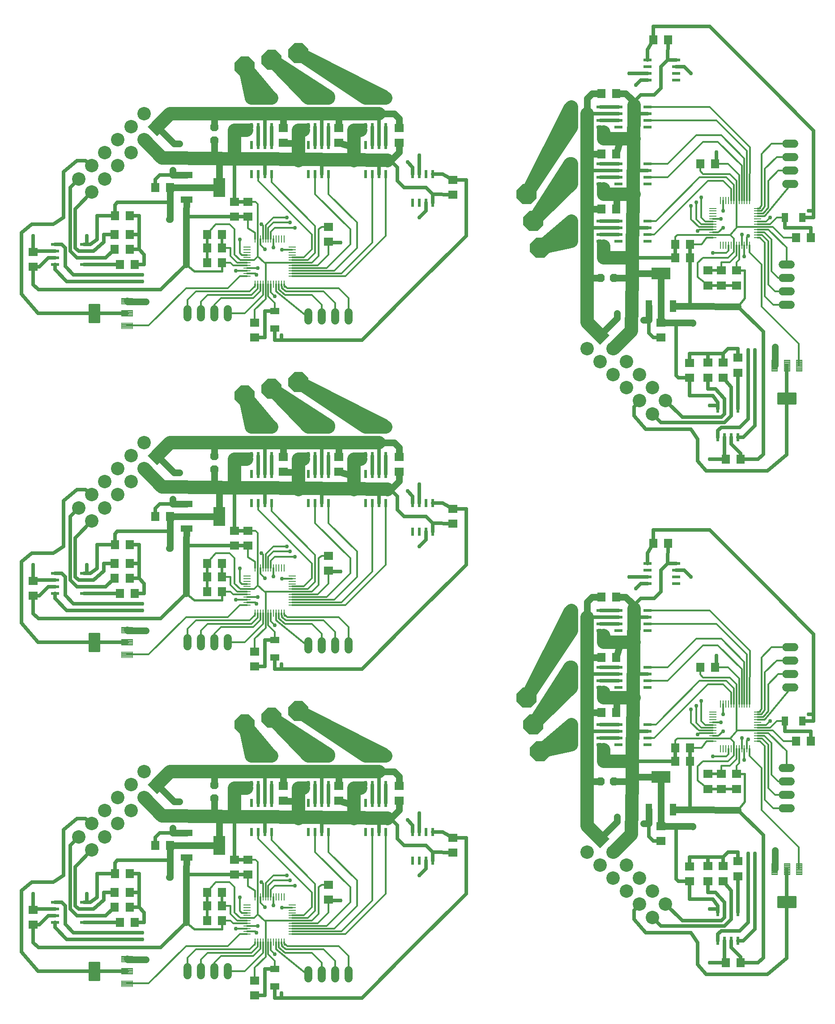
<source format=gbr>
G04 EAGLE Gerber RS-274X export*
G75*
%MOMM*%
%FSLAX34Y34*%
%LPD*%
%INTop Copper*%
%IPPOS*%
%AMOC8*
5,1,8,0,0,1.08239X$1,22.5*%
G01*
%ADD10R,1.800000X1.600000*%
%ADD11R,1.600000X1.800000*%
%ADD12P,1.732040X8X292.500000*%
%ADD13R,0.609600X1.524000*%
%ADD14R,2.235200X1.219200*%
%ADD15R,2.200000X3.600000*%
%ADD16R,1.800000X1.200000*%
%ADD17P,4.123906X8X22.500000*%
%ADD18R,1.600000X1.803000*%
%ADD19C,1.524000*%
%ADD20C,0.121900*%
%ADD21C,0.220000*%
%ADD22R,1.350000X0.290000*%
%ADD23R,0.290000X1.350000*%
%ADD24R,2.540000X2.540000*%
%ADD25C,2.540000*%
%ADD26R,1.524000X0.609600*%
%ADD27P,1.732040X8X22.500000*%
%ADD28R,1.219200X2.235200*%
%ADD29R,3.600000X2.200000*%
%ADD30R,1.200000X1.800000*%
%ADD31P,4.123906X8X112.500000*%
%ADD32R,1.803000X1.600000*%
%ADD33C,0.304800*%
%ADD34C,0.756400*%
%ADD35C,0.635000*%
%ADD36C,1.270000*%
%ADD37C,0.406400*%
%ADD38C,0.508000*%
%ADD39C,2.540000*%


D10*
X463550Y249525D03*
X463550Y277525D03*
D11*
X264825Y250825D03*
X236825Y250825D03*
D10*
X876300Y290800D03*
X876300Y318800D03*
X555625Y389225D03*
X555625Y417225D03*
X660400Y389225D03*
X660400Y417225D03*
X774700Y389225D03*
X774700Y417225D03*
D12*
X425450Y419100D03*
X425450Y393700D03*
D11*
X439450Y215900D03*
X411450Y215900D03*
X439450Y190500D03*
X411450Y190500D03*
X439450Y161925D03*
X411450Y161925D03*
D10*
X501650Y20925D03*
X501650Y48925D03*
X488950Y277525D03*
X488950Y249525D03*
X641350Y201900D03*
X641350Y229900D03*
D11*
X313025Y304800D03*
X341025Y304800D03*
D10*
X82550Y182275D03*
X82550Y154275D03*
D13*
X749300Y330200D03*
X736600Y330200D03*
X723900Y330200D03*
X711200Y330200D03*
X749300Y384810D03*
X736600Y384810D03*
X723900Y384810D03*
X711200Y384810D03*
X641350Y330200D03*
X628650Y330200D03*
X615950Y330200D03*
X603250Y330200D03*
X641350Y384810D03*
X628650Y384810D03*
X615950Y384810D03*
X603250Y384810D03*
X533400Y330200D03*
X520700Y330200D03*
X508000Y330200D03*
X495300Y330200D03*
X533400Y384810D03*
X520700Y384810D03*
X508000Y384810D03*
X495300Y384810D03*
D14*
X372237Y327914D03*
X372237Y304800D03*
X372237Y281686D03*
D15*
X434215Y304800D03*
D16*
X539750Y37475D03*
X539750Y70475D03*
D17*
X482600Y533400D03*
X533400Y546100D03*
X584200Y558800D03*
D18*
X246130Y158750D03*
X274570Y158750D03*
X236605Y187325D03*
X265045Y187325D03*
X236605Y215900D03*
X265045Y215900D03*
D19*
X450850Y74295D02*
X450850Y59055D01*
X425450Y59055D02*
X425450Y74295D01*
X400050Y74295D02*
X400050Y59055D01*
X374650Y59055D02*
X374650Y74295D01*
X679450Y67945D02*
X679450Y52705D01*
X654050Y52705D02*
X654050Y67945D01*
X628650Y67945D02*
X628650Y52705D01*
X603250Y52705D02*
X603250Y67945D01*
D20*
X270156Y49051D02*
X270156Y38079D01*
X249024Y38079D01*
X249024Y49051D01*
X270156Y49051D01*
X270156Y39237D02*
X249024Y39237D01*
X249024Y40395D02*
X270156Y40395D01*
X270156Y41553D02*
X249024Y41553D01*
X249024Y42711D02*
X270156Y42711D01*
X270156Y43869D02*
X249024Y43869D01*
X249024Y45027D02*
X270156Y45027D01*
X270156Y46185D02*
X249024Y46185D01*
X249024Y47343D02*
X270156Y47343D01*
X270156Y48501D02*
X249024Y48501D01*
X270156Y61189D02*
X270156Y72161D01*
X270156Y61189D02*
X249024Y61189D01*
X249024Y72161D01*
X270156Y72161D01*
X270156Y62347D02*
X249024Y62347D01*
X249024Y63505D02*
X270156Y63505D01*
X270156Y64663D02*
X249024Y64663D01*
X249024Y65821D02*
X270156Y65821D01*
X270156Y66979D02*
X249024Y66979D01*
X249024Y68137D02*
X270156Y68137D01*
X270156Y69295D02*
X249024Y69295D01*
X249024Y70453D02*
X270156Y70453D01*
X270156Y71611D02*
X249024Y71611D01*
X270156Y84299D02*
X270156Y95271D01*
X270156Y84299D02*
X249024Y84299D01*
X249024Y95271D01*
X270156Y95271D01*
X270156Y85457D02*
X249024Y85457D01*
X249024Y86615D02*
X270156Y86615D01*
X270156Y87773D02*
X249024Y87773D01*
X249024Y88931D02*
X270156Y88931D01*
X270156Y90089D02*
X249024Y90089D01*
X249024Y91247D02*
X270156Y91247D01*
X270156Y92405D02*
X249024Y92405D01*
X249024Y93563D02*
X270156Y93563D01*
X270156Y94721D02*
X249024Y94721D01*
D21*
X207510Y83575D02*
X207510Y49775D01*
X187710Y49775D01*
X187710Y83575D01*
X207510Y83575D01*
X207510Y51865D02*
X187710Y51865D01*
X187710Y53955D02*
X207510Y53955D01*
X207510Y56045D02*
X187710Y56045D01*
X187710Y58135D02*
X207510Y58135D01*
X207510Y60225D02*
X187710Y60225D01*
X187710Y62315D02*
X207510Y62315D01*
X207510Y64405D02*
X187710Y64405D01*
X187710Y66495D02*
X207510Y66495D01*
X207510Y68585D02*
X187710Y68585D01*
X187710Y70675D02*
X207510Y70675D01*
X207510Y72765D02*
X187710Y72765D01*
X187710Y74855D02*
X207510Y74855D01*
X207510Y76945D02*
X187710Y76945D01*
X187710Y79035D02*
X207510Y79035D01*
X207510Y81125D02*
X187710Y81125D01*
X187710Y83215D02*
X207510Y83215D01*
D22*
X487050Y161925D03*
X487050Y166925D03*
X487050Y171925D03*
X487050Y176925D03*
X487050Y181925D03*
X487050Y186925D03*
X487050Y156925D03*
X487050Y151925D03*
X487050Y146925D03*
X487050Y141925D03*
X487050Y136925D03*
X487050Y191925D03*
X572050Y161925D03*
X572050Y156925D03*
X572050Y151925D03*
X572050Y146925D03*
X572050Y136925D03*
X572050Y141925D03*
X572050Y166925D03*
X572050Y171925D03*
X572050Y176925D03*
X572050Y181925D03*
X572050Y186925D03*
X572050Y191925D03*
D23*
X527050Y206925D03*
X522050Y206925D03*
X517050Y206925D03*
X512050Y206925D03*
X507050Y206925D03*
X502050Y206925D03*
X532050Y206925D03*
X537050Y206925D03*
X542050Y206925D03*
X547050Y206925D03*
X552050Y206925D03*
X557050Y206925D03*
X502050Y121925D03*
X507050Y121925D03*
X512050Y121925D03*
X517050Y121925D03*
X522050Y121925D03*
X527050Y121925D03*
X537050Y121925D03*
X532050Y121925D03*
X542050Y121925D03*
X547050Y121925D03*
X552050Y121925D03*
X557050Y121925D03*
D24*
G36*
X298889Y419751D02*
X316849Y437711D01*
X334809Y419751D01*
X316849Y401791D01*
X298889Y419751D01*
G37*
D25*
X292100Y395003D03*
X267351Y370254D03*
X242603Y345505D03*
X217854Y320756D03*
X193105Y296008D03*
X292100Y444500D03*
X267351Y419751D03*
X242603Y395003D03*
X217854Y370254D03*
X193105Y345505D03*
X168356Y320756D03*
D26*
X123825Y158750D03*
X123825Y171450D03*
X123825Y184150D03*
X123825Y196850D03*
X178435Y158750D03*
X178435Y171450D03*
X178435Y184150D03*
X178435Y196850D03*
D13*
X800100Y330200D03*
X812800Y330200D03*
X825500Y330200D03*
X838200Y330200D03*
X800100Y275590D03*
X812800Y275590D03*
X825500Y275590D03*
X838200Y275590D03*
X533400Y419100D03*
X520700Y419100D03*
X508000Y419100D03*
X495300Y419100D03*
X533400Y473710D03*
X520700Y473710D03*
X508000Y473710D03*
X495300Y473710D03*
X641350Y419100D03*
X628650Y419100D03*
X615950Y419100D03*
X603250Y419100D03*
X641350Y473710D03*
X628650Y473710D03*
X615950Y473710D03*
X603250Y473710D03*
X749300Y419100D03*
X736600Y419100D03*
X723900Y419100D03*
X711200Y419100D03*
X749300Y473710D03*
X736600Y473710D03*
X723900Y473710D03*
X711200Y473710D03*
D10*
X463550Y871825D03*
X463550Y899825D03*
D11*
X264825Y873125D03*
X236825Y873125D03*
D10*
X876300Y913100D03*
X876300Y941100D03*
X555625Y1011525D03*
X555625Y1039525D03*
X660400Y1011525D03*
X660400Y1039525D03*
X774700Y1011525D03*
X774700Y1039525D03*
D12*
X425450Y1041400D03*
X425450Y1016000D03*
D11*
X439450Y838200D03*
X411450Y838200D03*
X439450Y812800D03*
X411450Y812800D03*
X439450Y784225D03*
X411450Y784225D03*
D10*
X501650Y643225D03*
X501650Y671225D03*
X488950Y899825D03*
X488950Y871825D03*
X641350Y824200D03*
X641350Y852200D03*
D11*
X313025Y927100D03*
X341025Y927100D03*
D10*
X82550Y804575D03*
X82550Y776575D03*
D13*
X749300Y952500D03*
X736600Y952500D03*
X723900Y952500D03*
X711200Y952500D03*
X749300Y1007110D03*
X736600Y1007110D03*
X723900Y1007110D03*
X711200Y1007110D03*
X641350Y952500D03*
X628650Y952500D03*
X615950Y952500D03*
X603250Y952500D03*
X641350Y1007110D03*
X628650Y1007110D03*
X615950Y1007110D03*
X603250Y1007110D03*
X533400Y952500D03*
X520700Y952500D03*
X508000Y952500D03*
X495300Y952500D03*
X533400Y1007110D03*
X520700Y1007110D03*
X508000Y1007110D03*
X495300Y1007110D03*
D14*
X372237Y950214D03*
X372237Y927100D03*
X372237Y903986D03*
D15*
X434215Y927100D03*
D16*
X539750Y659775D03*
X539750Y692775D03*
D17*
X482600Y1155700D03*
X533400Y1168400D03*
X584200Y1181100D03*
D18*
X246130Y781050D03*
X274570Y781050D03*
X236605Y809625D03*
X265045Y809625D03*
X236605Y838200D03*
X265045Y838200D03*
D19*
X450850Y696595D02*
X450850Y681355D01*
X425450Y681355D02*
X425450Y696595D01*
X400050Y696595D02*
X400050Y681355D01*
X374650Y681355D02*
X374650Y696595D01*
X679450Y690245D02*
X679450Y675005D01*
X654050Y675005D02*
X654050Y690245D01*
X628650Y690245D02*
X628650Y675005D01*
X603250Y675005D02*
X603250Y690245D01*
D20*
X270156Y671351D02*
X270156Y660379D01*
X249024Y660379D01*
X249024Y671351D01*
X270156Y671351D01*
X270156Y661537D02*
X249024Y661537D01*
X249024Y662695D02*
X270156Y662695D01*
X270156Y663853D02*
X249024Y663853D01*
X249024Y665011D02*
X270156Y665011D01*
X270156Y666169D02*
X249024Y666169D01*
X249024Y667327D02*
X270156Y667327D01*
X270156Y668485D02*
X249024Y668485D01*
X249024Y669643D02*
X270156Y669643D01*
X270156Y670801D02*
X249024Y670801D01*
X270156Y683489D02*
X270156Y694461D01*
X270156Y683489D02*
X249024Y683489D01*
X249024Y694461D01*
X270156Y694461D01*
X270156Y684647D02*
X249024Y684647D01*
X249024Y685805D02*
X270156Y685805D01*
X270156Y686963D02*
X249024Y686963D01*
X249024Y688121D02*
X270156Y688121D01*
X270156Y689279D02*
X249024Y689279D01*
X249024Y690437D02*
X270156Y690437D01*
X270156Y691595D02*
X249024Y691595D01*
X249024Y692753D02*
X270156Y692753D01*
X270156Y693911D02*
X249024Y693911D01*
X270156Y706599D02*
X270156Y717571D01*
X270156Y706599D02*
X249024Y706599D01*
X249024Y717571D01*
X270156Y717571D01*
X270156Y707757D02*
X249024Y707757D01*
X249024Y708915D02*
X270156Y708915D01*
X270156Y710073D02*
X249024Y710073D01*
X249024Y711231D02*
X270156Y711231D01*
X270156Y712389D02*
X249024Y712389D01*
X249024Y713547D02*
X270156Y713547D01*
X270156Y714705D02*
X249024Y714705D01*
X249024Y715863D02*
X270156Y715863D01*
X270156Y717021D02*
X249024Y717021D01*
D21*
X207510Y705875D02*
X207510Y672075D01*
X187710Y672075D01*
X187710Y705875D01*
X207510Y705875D01*
X207510Y674165D02*
X187710Y674165D01*
X187710Y676255D02*
X207510Y676255D01*
X207510Y678345D02*
X187710Y678345D01*
X187710Y680435D02*
X207510Y680435D01*
X207510Y682525D02*
X187710Y682525D01*
X187710Y684615D02*
X207510Y684615D01*
X207510Y686705D02*
X187710Y686705D01*
X187710Y688795D02*
X207510Y688795D01*
X207510Y690885D02*
X187710Y690885D01*
X187710Y692975D02*
X207510Y692975D01*
X207510Y695065D02*
X187710Y695065D01*
X187710Y697155D02*
X207510Y697155D01*
X207510Y699245D02*
X187710Y699245D01*
X187710Y701335D02*
X207510Y701335D01*
X207510Y703425D02*
X187710Y703425D01*
X187710Y705515D02*
X207510Y705515D01*
D22*
X487050Y784225D03*
X487050Y789225D03*
X487050Y794225D03*
X487050Y799225D03*
X487050Y804225D03*
X487050Y809225D03*
X487050Y779225D03*
X487050Y774225D03*
X487050Y769225D03*
X487050Y764225D03*
X487050Y759225D03*
X487050Y814225D03*
X572050Y784225D03*
X572050Y779225D03*
X572050Y774225D03*
X572050Y769225D03*
X572050Y759225D03*
X572050Y764225D03*
X572050Y789225D03*
X572050Y794225D03*
X572050Y799225D03*
X572050Y804225D03*
X572050Y809225D03*
X572050Y814225D03*
D23*
X527050Y829225D03*
X522050Y829225D03*
X517050Y829225D03*
X512050Y829225D03*
X507050Y829225D03*
X502050Y829225D03*
X532050Y829225D03*
X537050Y829225D03*
X542050Y829225D03*
X547050Y829225D03*
X552050Y829225D03*
X557050Y829225D03*
X502050Y744225D03*
X507050Y744225D03*
X512050Y744225D03*
X517050Y744225D03*
X522050Y744225D03*
X527050Y744225D03*
X537050Y744225D03*
X532050Y744225D03*
X542050Y744225D03*
X547050Y744225D03*
X552050Y744225D03*
X557050Y744225D03*
D24*
G36*
X298889Y1042051D02*
X316849Y1060011D01*
X334809Y1042051D01*
X316849Y1024091D01*
X298889Y1042051D01*
G37*
D25*
X292100Y1017303D03*
X267351Y992554D03*
X242603Y967805D03*
X217854Y943056D03*
X193105Y918308D03*
X292100Y1066800D03*
X267351Y1042051D03*
X242603Y1017303D03*
X217854Y992554D03*
X193105Y967805D03*
X168356Y943056D03*
D26*
X123825Y781050D03*
X123825Y793750D03*
X123825Y806450D03*
X123825Y819150D03*
X178435Y781050D03*
X178435Y793750D03*
X178435Y806450D03*
X178435Y819150D03*
D13*
X800100Y952500D03*
X812800Y952500D03*
X825500Y952500D03*
X838200Y952500D03*
X800100Y897890D03*
X812800Y897890D03*
X825500Y897890D03*
X838200Y897890D03*
X533400Y1041400D03*
X520700Y1041400D03*
X508000Y1041400D03*
X495300Y1041400D03*
X533400Y1096010D03*
X520700Y1096010D03*
X508000Y1096010D03*
X495300Y1096010D03*
X641350Y1041400D03*
X628650Y1041400D03*
X615950Y1041400D03*
X603250Y1041400D03*
X641350Y1096010D03*
X628650Y1096010D03*
X615950Y1096010D03*
X603250Y1096010D03*
X749300Y1041400D03*
X736600Y1041400D03*
X723900Y1041400D03*
X711200Y1041400D03*
X749300Y1096010D03*
X736600Y1096010D03*
X723900Y1096010D03*
X711200Y1096010D03*
D10*
X463550Y1494125D03*
X463550Y1522125D03*
D11*
X264825Y1495425D03*
X236825Y1495425D03*
D10*
X876300Y1535400D03*
X876300Y1563400D03*
X555625Y1633825D03*
X555625Y1661825D03*
X660400Y1633825D03*
X660400Y1661825D03*
X774700Y1633825D03*
X774700Y1661825D03*
D12*
X425450Y1663700D03*
X425450Y1638300D03*
D11*
X439450Y1460500D03*
X411450Y1460500D03*
X439450Y1435100D03*
X411450Y1435100D03*
X439450Y1406525D03*
X411450Y1406525D03*
D10*
X501650Y1265525D03*
X501650Y1293525D03*
X488950Y1522125D03*
X488950Y1494125D03*
X641350Y1446500D03*
X641350Y1474500D03*
D11*
X313025Y1549400D03*
X341025Y1549400D03*
D10*
X82550Y1426875D03*
X82550Y1398875D03*
D13*
X749300Y1574800D03*
X736600Y1574800D03*
X723900Y1574800D03*
X711200Y1574800D03*
X749300Y1629410D03*
X736600Y1629410D03*
X723900Y1629410D03*
X711200Y1629410D03*
X641350Y1574800D03*
X628650Y1574800D03*
X615950Y1574800D03*
X603250Y1574800D03*
X641350Y1629410D03*
X628650Y1629410D03*
X615950Y1629410D03*
X603250Y1629410D03*
X533400Y1574800D03*
X520700Y1574800D03*
X508000Y1574800D03*
X495300Y1574800D03*
X533400Y1629410D03*
X520700Y1629410D03*
X508000Y1629410D03*
X495300Y1629410D03*
D14*
X372237Y1572514D03*
X372237Y1549400D03*
X372237Y1526286D03*
D15*
X434215Y1549400D03*
D16*
X539750Y1282075D03*
X539750Y1315075D03*
D17*
X482600Y1778000D03*
X533400Y1790700D03*
X584200Y1803400D03*
D18*
X246130Y1403350D03*
X274570Y1403350D03*
X236605Y1431925D03*
X265045Y1431925D03*
X236605Y1460500D03*
X265045Y1460500D03*
D19*
X450850Y1318895D02*
X450850Y1303655D01*
X425450Y1303655D02*
X425450Y1318895D01*
X400050Y1318895D02*
X400050Y1303655D01*
X374650Y1303655D02*
X374650Y1318895D01*
X679450Y1312545D02*
X679450Y1297305D01*
X654050Y1297305D02*
X654050Y1312545D01*
X628650Y1312545D02*
X628650Y1297305D01*
X603250Y1297305D02*
X603250Y1312545D01*
D20*
X270156Y1293651D02*
X270156Y1282679D01*
X249024Y1282679D01*
X249024Y1293651D01*
X270156Y1293651D01*
X270156Y1283837D02*
X249024Y1283837D01*
X249024Y1284995D02*
X270156Y1284995D01*
X270156Y1286153D02*
X249024Y1286153D01*
X249024Y1287311D02*
X270156Y1287311D01*
X270156Y1288469D02*
X249024Y1288469D01*
X249024Y1289627D02*
X270156Y1289627D01*
X270156Y1290785D02*
X249024Y1290785D01*
X249024Y1291943D02*
X270156Y1291943D01*
X270156Y1293101D02*
X249024Y1293101D01*
X270156Y1305789D02*
X270156Y1316761D01*
X270156Y1305789D02*
X249024Y1305789D01*
X249024Y1316761D01*
X270156Y1316761D01*
X270156Y1306947D02*
X249024Y1306947D01*
X249024Y1308105D02*
X270156Y1308105D01*
X270156Y1309263D02*
X249024Y1309263D01*
X249024Y1310421D02*
X270156Y1310421D01*
X270156Y1311579D02*
X249024Y1311579D01*
X249024Y1312737D02*
X270156Y1312737D01*
X270156Y1313895D02*
X249024Y1313895D01*
X249024Y1315053D02*
X270156Y1315053D01*
X270156Y1316211D02*
X249024Y1316211D01*
X270156Y1328899D02*
X270156Y1339871D01*
X270156Y1328899D02*
X249024Y1328899D01*
X249024Y1339871D01*
X270156Y1339871D01*
X270156Y1330057D02*
X249024Y1330057D01*
X249024Y1331215D02*
X270156Y1331215D01*
X270156Y1332373D02*
X249024Y1332373D01*
X249024Y1333531D02*
X270156Y1333531D01*
X270156Y1334689D02*
X249024Y1334689D01*
X249024Y1335847D02*
X270156Y1335847D01*
X270156Y1337005D02*
X249024Y1337005D01*
X249024Y1338163D02*
X270156Y1338163D01*
X270156Y1339321D02*
X249024Y1339321D01*
D21*
X207510Y1328175D02*
X207510Y1294375D01*
X187710Y1294375D01*
X187710Y1328175D01*
X207510Y1328175D01*
X207510Y1296465D02*
X187710Y1296465D01*
X187710Y1298555D02*
X207510Y1298555D01*
X207510Y1300645D02*
X187710Y1300645D01*
X187710Y1302735D02*
X207510Y1302735D01*
X207510Y1304825D02*
X187710Y1304825D01*
X187710Y1306915D02*
X207510Y1306915D01*
X207510Y1309005D02*
X187710Y1309005D01*
X187710Y1311095D02*
X207510Y1311095D01*
X207510Y1313185D02*
X187710Y1313185D01*
X187710Y1315275D02*
X207510Y1315275D01*
X207510Y1317365D02*
X187710Y1317365D01*
X187710Y1319455D02*
X207510Y1319455D01*
X207510Y1321545D02*
X187710Y1321545D01*
X187710Y1323635D02*
X207510Y1323635D01*
X207510Y1325725D02*
X187710Y1325725D01*
X187710Y1327815D02*
X207510Y1327815D01*
D22*
X487050Y1406525D03*
X487050Y1411525D03*
X487050Y1416525D03*
X487050Y1421525D03*
X487050Y1426525D03*
X487050Y1431525D03*
X487050Y1401525D03*
X487050Y1396525D03*
X487050Y1391525D03*
X487050Y1386525D03*
X487050Y1381525D03*
X487050Y1436525D03*
X572050Y1406525D03*
X572050Y1401525D03*
X572050Y1396525D03*
X572050Y1391525D03*
X572050Y1381525D03*
X572050Y1386525D03*
X572050Y1411525D03*
X572050Y1416525D03*
X572050Y1421525D03*
X572050Y1426525D03*
X572050Y1431525D03*
X572050Y1436525D03*
D23*
X527050Y1451525D03*
X522050Y1451525D03*
X517050Y1451525D03*
X512050Y1451525D03*
X507050Y1451525D03*
X502050Y1451525D03*
X532050Y1451525D03*
X537050Y1451525D03*
X542050Y1451525D03*
X547050Y1451525D03*
X552050Y1451525D03*
X557050Y1451525D03*
X502050Y1366525D03*
X507050Y1366525D03*
X512050Y1366525D03*
X517050Y1366525D03*
X522050Y1366525D03*
X527050Y1366525D03*
X537050Y1366525D03*
X532050Y1366525D03*
X542050Y1366525D03*
X547050Y1366525D03*
X552050Y1366525D03*
X557050Y1366525D03*
D24*
G36*
X298889Y1664351D02*
X316849Y1682311D01*
X334809Y1664351D01*
X316849Y1646391D01*
X298889Y1664351D01*
G37*
D25*
X292100Y1639603D03*
X267351Y1614854D03*
X242603Y1590105D03*
X217854Y1565356D03*
X193105Y1540608D03*
X292100Y1689100D03*
X267351Y1664351D03*
X242603Y1639603D03*
X217854Y1614854D03*
X193105Y1590105D03*
X168356Y1565356D03*
D26*
X123825Y1403350D03*
X123825Y1416050D03*
X123825Y1428750D03*
X123825Y1441450D03*
X178435Y1403350D03*
X178435Y1416050D03*
X178435Y1428750D03*
X178435Y1441450D03*
D13*
X800100Y1574800D03*
X812800Y1574800D03*
X825500Y1574800D03*
X838200Y1574800D03*
X800100Y1520190D03*
X812800Y1520190D03*
X825500Y1520190D03*
X838200Y1520190D03*
X533400Y1663700D03*
X520700Y1663700D03*
X508000Y1663700D03*
X495300Y1663700D03*
X533400Y1718310D03*
X520700Y1718310D03*
X508000Y1718310D03*
X495300Y1718310D03*
X641350Y1663700D03*
X628650Y1663700D03*
X615950Y1663700D03*
X603250Y1663700D03*
X641350Y1718310D03*
X628650Y1718310D03*
X615950Y1718310D03*
X603250Y1718310D03*
X749300Y1663700D03*
X736600Y1663700D03*
X723900Y1663700D03*
X711200Y1663700D03*
X749300Y1718310D03*
X736600Y1718310D03*
X723900Y1718310D03*
X711200Y1718310D03*
D11*
X1325275Y463550D03*
X1297275Y463550D03*
D10*
X1323975Y264825D03*
X1323975Y236825D03*
D11*
X1284000Y876300D03*
X1256000Y876300D03*
X1185575Y555625D03*
X1157575Y555625D03*
X1185575Y660400D03*
X1157575Y660400D03*
X1185575Y774700D03*
X1157575Y774700D03*
D27*
X1155700Y425450D03*
X1181100Y425450D03*
D10*
X1358900Y439450D03*
X1358900Y411450D03*
X1384300Y439450D03*
X1384300Y411450D03*
X1412875Y439450D03*
X1412875Y411450D03*
D11*
X1553875Y501650D03*
X1525875Y501650D03*
X1297275Y488950D03*
X1325275Y488950D03*
X1372900Y641350D03*
X1344900Y641350D03*
D10*
X1270000Y313025D03*
X1270000Y341025D03*
D11*
X1392525Y82550D03*
X1420525Y82550D03*
D26*
X1244600Y749300D03*
X1244600Y736600D03*
X1244600Y723900D03*
X1244600Y711200D03*
X1189990Y749300D03*
X1189990Y736600D03*
X1189990Y723900D03*
X1189990Y711200D03*
X1244600Y641350D03*
X1244600Y628650D03*
X1244600Y615950D03*
X1244600Y603250D03*
X1189990Y641350D03*
X1189990Y628650D03*
X1189990Y615950D03*
X1189990Y603250D03*
X1244600Y533400D03*
X1244600Y520700D03*
X1244600Y508000D03*
X1244600Y495300D03*
X1189990Y533400D03*
X1189990Y520700D03*
X1189990Y508000D03*
X1189990Y495300D03*
D28*
X1246886Y372237D03*
X1270000Y372237D03*
X1293114Y372237D03*
D29*
X1270000Y434215D03*
D30*
X1537325Y539750D03*
X1504325Y539750D03*
D31*
X1041400Y482600D03*
X1028700Y533400D03*
X1016000Y584200D03*
D32*
X1416050Y246130D03*
X1416050Y274570D03*
X1387475Y236605D03*
X1387475Y265045D03*
X1358900Y236605D03*
X1358900Y265045D03*
D19*
X1500505Y450850D02*
X1515745Y450850D01*
X1515745Y425450D02*
X1500505Y425450D01*
X1500505Y400050D02*
X1515745Y400050D01*
X1515745Y374650D02*
X1500505Y374650D01*
X1506855Y679450D02*
X1522095Y679450D01*
X1522095Y654050D02*
X1506855Y654050D01*
X1506855Y628650D02*
X1522095Y628650D01*
X1522095Y603250D02*
X1506855Y603250D01*
D20*
X1525749Y270156D02*
X1536721Y270156D01*
X1536721Y249024D01*
X1525749Y249024D01*
X1525749Y270156D01*
X1525749Y250182D02*
X1536721Y250182D01*
X1536721Y251340D02*
X1525749Y251340D01*
X1525749Y252498D02*
X1536721Y252498D01*
X1536721Y253656D02*
X1525749Y253656D01*
X1525749Y254814D02*
X1536721Y254814D01*
X1536721Y255972D02*
X1525749Y255972D01*
X1525749Y257130D02*
X1536721Y257130D01*
X1536721Y258288D02*
X1525749Y258288D01*
X1525749Y259446D02*
X1536721Y259446D01*
X1536721Y260604D02*
X1525749Y260604D01*
X1525749Y261762D02*
X1536721Y261762D01*
X1536721Y262920D02*
X1525749Y262920D01*
X1525749Y264078D02*
X1536721Y264078D01*
X1536721Y265236D02*
X1525749Y265236D01*
X1525749Y266394D02*
X1536721Y266394D01*
X1536721Y267552D02*
X1525749Y267552D01*
X1525749Y268710D02*
X1536721Y268710D01*
X1536721Y269868D02*
X1525749Y269868D01*
X1513611Y270156D02*
X1502639Y270156D01*
X1513611Y270156D02*
X1513611Y249024D01*
X1502639Y249024D01*
X1502639Y270156D01*
X1502639Y250182D02*
X1513611Y250182D01*
X1513611Y251340D02*
X1502639Y251340D01*
X1502639Y252498D02*
X1513611Y252498D01*
X1513611Y253656D02*
X1502639Y253656D01*
X1502639Y254814D02*
X1513611Y254814D01*
X1513611Y255972D02*
X1502639Y255972D01*
X1502639Y257130D02*
X1513611Y257130D01*
X1513611Y258288D02*
X1502639Y258288D01*
X1502639Y259446D02*
X1513611Y259446D01*
X1513611Y260604D02*
X1502639Y260604D01*
X1502639Y261762D02*
X1513611Y261762D01*
X1513611Y262920D02*
X1502639Y262920D01*
X1502639Y264078D02*
X1513611Y264078D01*
X1513611Y265236D02*
X1502639Y265236D01*
X1502639Y266394D02*
X1513611Y266394D01*
X1513611Y267552D02*
X1502639Y267552D01*
X1502639Y268710D02*
X1513611Y268710D01*
X1513611Y269868D02*
X1502639Y269868D01*
X1490501Y270156D02*
X1479529Y270156D01*
X1490501Y270156D02*
X1490501Y249024D01*
X1479529Y249024D01*
X1479529Y270156D01*
X1479529Y250182D02*
X1490501Y250182D01*
X1490501Y251340D02*
X1479529Y251340D01*
X1479529Y252498D02*
X1490501Y252498D01*
X1490501Y253656D02*
X1479529Y253656D01*
X1479529Y254814D02*
X1490501Y254814D01*
X1490501Y255972D02*
X1479529Y255972D01*
X1479529Y257130D02*
X1490501Y257130D01*
X1490501Y258288D02*
X1479529Y258288D01*
X1479529Y259446D02*
X1490501Y259446D01*
X1490501Y260604D02*
X1479529Y260604D01*
X1479529Y261762D02*
X1490501Y261762D01*
X1490501Y262920D02*
X1479529Y262920D01*
X1479529Y264078D02*
X1490501Y264078D01*
X1490501Y265236D02*
X1479529Y265236D01*
X1479529Y266394D02*
X1490501Y266394D01*
X1490501Y267552D02*
X1479529Y267552D01*
X1479529Y268710D02*
X1490501Y268710D01*
X1490501Y269868D02*
X1479529Y269868D01*
D21*
X1491225Y207510D02*
X1525025Y207510D01*
X1525025Y187710D01*
X1491225Y187710D01*
X1491225Y207510D01*
X1491225Y189800D02*
X1525025Y189800D01*
X1525025Y191890D02*
X1491225Y191890D01*
X1491225Y193980D02*
X1525025Y193980D01*
X1525025Y196070D02*
X1491225Y196070D01*
X1491225Y198160D02*
X1525025Y198160D01*
X1525025Y200250D02*
X1491225Y200250D01*
X1491225Y202340D02*
X1525025Y202340D01*
X1525025Y204430D02*
X1491225Y204430D01*
X1491225Y206520D02*
X1525025Y206520D01*
D23*
X1412875Y487050D03*
X1407875Y487050D03*
X1402875Y487050D03*
X1397875Y487050D03*
X1392875Y487050D03*
X1387875Y487050D03*
X1417875Y487050D03*
X1422875Y487050D03*
X1427875Y487050D03*
X1432875Y487050D03*
X1437875Y487050D03*
X1382875Y487050D03*
X1412875Y572050D03*
X1417875Y572050D03*
X1422875Y572050D03*
X1427875Y572050D03*
X1437875Y572050D03*
X1432875Y572050D03*
X1407875Y572050D03*
X1402875Y572050D03*
X1397875Y572050D03*
X1392875Y572050D03*
X1387875Y572050D03*
X1382875Y572050D03*
D22*
X1367875Y527050D03*
X1367875Y522050D03*
X1367875Y517050D03*
X1367875Y512050D03*
X1367875Y507050D03*
X1367875Y502050D03*
X1367875Y532050D03*
X1367875Y537050D03*
X1367875Y542050D03*
X1367875Y547050D03*
X1367875Y552050D03*
X1367875Y557050D03*
X1452875Y502050D03*
X1452875Y507050D03*
X1452875Y512050D03*
X1452875Y517050D03*
X1452875Y522050D03*
X1452875Y527050D03*
X1452875Y537050D03*
X1452875Y532050D03*
X1452875Y542050D03*
X1452875Y547050D03*
X1452875Y552050D03*
X1452875Y557050D03*
D24*
G36*
X1155049Y298889D02*
X1137089Y316849D01*
X1155049Y334809D01*
X1173009Y316849D01*
X1155049Y298889D01*
G37*
D25*
X1179797Y292100D03*
X1204546Y267351D03*
X1229295Y242603D03*
X1254044Y217854D03*
X1278792Y193105D03*
X1130300Y292100D03*
X1155049Y267351D03*
X1179797Y242603D03*
X1204546Y217854D03*
X1229295Y193105D03*
X1254044Y168356D03*
D13*
X1416050Y123825D03*
X1403350Y123825D03*
X1390650Y123825D03*
X1377950Y123825D03*
X1416050Y178435D03*
X1403350Y178435D03*
X1390650Y178435D03*
X1377950Y178435D03*
D26*
X1244600Y800100D03*
X1244600Y812800D03*
X1244600Y825500D03*
X1244600Y838200D03*
X1299210Y800100D03*
X1299210Y812800D03*
X1299210Y825500D03*
X1299210Y838200D03*
X1155700Y533400D03*
X1155700Y520700D03*
X1155700Y508000D03*
X1155700Y495300D03*
X1101090Y533400D03*
X1101090Y520700D03*
X1101090Y508000D03*
X1101090Y495300D03*
X1155700Y641350D03*
X1155700Y628650D03*
X1155700Y615950D03*
X1155700Y603250D03*
X1101090Y641350D03*
X1101090Y628650D03*
X1101090Y615950D03*
X1101090Y603250D03*
X1155700Y749300D03*
X1155700Y736600D03*
X1155700Y723900D03*
X1155700Y711200D03*
X1101090Y749300D03*
X1101090Y736600D03*
X1101090Y723900D03*
X1101090Y711200D03*
D11*
X1325275Y1416050D03*
X1297275Y1416050D03*
D10*
X1323975Y1217325D03*
X1323975Y1189325D03*
D11*
X1284000Y1828800D03*
X1256000Y1828800D03*
X1185575Y1508125D03*
X1157575Y1508125D03*
X1185575Y1612900D03*
X1157575Y1612900D03*
X1185575Y1727200D03*
X1157575Y1727200D03*
D27*
X1155700Y1377950D03*
X1181100Y1377950D03*
D10*
X1358900Y1391950D03*
X1358900Y1363950D03*
X1384300Y1391950D03*
X1384300Y1363950D03*
X1412875Y1391950D03*
X1412875Y1363950D03*
D11*
X1553875Y1454150D03*
X1525875Y1454150D03*
X1297275Y1441450D03*
X1325275Y1441450D03*
X1372900Y1593850D03*
X1344900Y1593850D03*
D10*
X1270000Y1265525D03*
X1270000Y1293525D03*
D11*
X1392525Y1035050D03*
X1420525Y1035050D03*
D26*
X1244600Y1701800D03*
X1244600Y1689100D03*
X1244600Y1676400D03*
X1244600Y1663700D03*
X1189990Y1701800D03*
X1189990Y1689100D03*
X1189990Y1676400D03*
X1189990Y1663700D03*
X1244600Y1593850D03*
X1244600Y1581150D03*
X1244600Y1568450D03*
X1244600Y1555750D03*
X1189990Y1593850D03*
X1189990Y1581150D03*
X1189990Y1568450D03*
X1189990Y1555750D03*
X1244600Y1485900D03*
X1244600Y1473200D03*
X1244600Y1460500D03*
X1244600Y1447800D03*
X1189990Y1485900D03*
X1189990Y1473200D03*
X1189990Y1460500D03*
X1189990Y1447800D03*
D28*
X1246886Y1324737D03*
X1270000Y1324737D03*
X1293114Y1324737D03*
D29*
X1270000Y1386715D03*
D30*
X1537325Y1492250D03*
X1504325Y1492250D03*
D31*
X1041400Y1435100D03*
X1028700Y1485900D03*
X1016000Y1536700D03*
D32*
X1416050Y1198630D03*
X1416050Y1227070D03*
X1387475Y1189105D03*
X1387475Y1217545D03*
X1358900Y1189105D03*
X1358900Y1217545D03*
D19*
X1500505Y1403350D02*
X1515745Y1403350D01*
X1515745Y1377950D02*
X1500505Y1377950D01*
X1500505Y1352550D02*
X1515745Y1352550D01*
X1515745Y1327150D02*
X1500505Y1327150D01*
X1506855Y1631950D02*
X1522095Y1631950D01*
X1522095Y1606550D02*
X1506855Y1606550D01*
X1506855Y1581150D02*
X1522095Y1581150D01*
X1522095Y1555750D02*
X1506855Y1555750D01*
D20*
X1525749Y1222656D02*
X1536721Y1222656D01*
X1536721Y1201524D01*
X1525749Y1201524D01*
X1525749Y1222656D01*
X1525749Y1202682D02*
X1536721Y1202682D01*
X1536721Y1203840D02*
X1525749Y1203840D01*
X1525749Y1204998D02*
X1536721Y1204998D01*
X1536721Y1206156D02*
X1525749Y1206156D01*
X1525749Y1207314D02*
X1536721Y1207314D01*
X1536721Y1208472D02*
X1525749Y1208472D01*
X1525749Y1209630D02*
X1536721Y1209630D01*
X1536721Y1210788D02*
X1525749Y1210788D01*
X1525749Y1211946D02*
X1536721Y1211946D01*
X1536721Y1213104D02*
X1525749Y1213104D01*
X1525749Y1214262D02*
X1536721Y1214262D01*
X1536721Y1215420D02*
X1525749Y1215420D01*
X1525749Y1216578D02*
X1536721Y1216578D01*
X1536721Y1217736D02*
X1525749Y1217736D01*
X1525749Y1218894D02*
X1536721Y1218894D01*
X1536721Y1220052D02*
X1525749Y1220052D01*
X1525749Y1221210D02*
X1536721Y1221210D01*
X1536721Y1222368D02*
X1525749Y1222368D01*
X1513611Y1222656D02*
X1502639Y1222656D01*
X1513611Y1222656D02*
X1513611Y1201524D01*
X1502639Y1201524D01*
X1502639Y1222656D01*
X1502639Y1202682D02*
X1513611Y1202682D01*
X1513611Y1203840D02*
X1502639Y1203840D01*
X1502639Y1204998D02*
X1513611Y1204998D01*
X1513611Y1206156D02*
X1502639Y1206156D01*
X1502639Y1207314D02*
X1513611Y1207314D01*
X1513611Y1208472D02*
X1502639Y1208472D01*
X1502639Y1209630D02*
X1513611Y1209630D01*
X1513611Y1210788D02*
X1502639Y1210788D01*
X1502639Y1211946D02*
X1513611Y1211946D01*
X1513611Y1213104D02*
X1502639Y1213104D01*
X1502639Y1214262D02*
X1513611Y1214262D01*
X1513611Y1215420D02*
X1502639Y1215420D01*
X1502639Y1216578D02*
X1513611Y1216578D01*
X1513611Y1217736D02*
X1502639Y1217736D01*
X1502639Y1218894D02*
X1513611Y1218894D01*
X1513611Y1220052D02*
X1502639Y1220052D01*
X1502639Y1221210D02*
X1513611Y1221210D01*
X1513611Y1222368D02*
X1502639Y1222368D01*
X1490501Y1222656D02*
X1479529Y1222656D01*
X1490501Y1222656D02*
X1490501Y1201524D01*
X1479529Y1201524D01*
X1479529Y1222656D01*
X1479529Y1202682D02*
X1490501Y1202682D01*
X1490501Y1203840D02*
X1479529Y1203840D01*
X1479529Y1204998D02*
X1490501Y1204998D01*
X1490501Y1206156D02*
X1479529Y1206156D01*
X1479529Y1207314D02*
X1490501Y1207314D01*
X1490501Y1208472D02*
X1479529Y1208472D01*
X1479529Y1209630D02*
X1490501Y1209630D01*
X1490501Y1210788D02*
X1479529Y1210788D01*
X1479529Y1211946D02*
X1490501Y1211946D01*
X1490501Y1213104D02*
X1479529Y1213104D01*
X1479529Y1214262D02*
X1490501Y1214262D01*
X1490501Y1215420D02*
X1479529Y1215420D01*
X1479529Y1216578D02*
X1490501Y1216578D01*
X1490501Y1217736D02*
X1479529Y1217736D01*
X1479529Y1218894D02*
X1490501Y1218894D01*
X1490501Y1220052D02*
X1479529Y1220052D01*
X1479529Y1221210D02*
X1490501Y1221210D01*
X1490501Y1222368D02*
X1479529Y1222368D01*
D21*
X1491225Y1160010D02*
X1525025Y1160010D01*
X1525025Y1140210D01*
X1491225Y1140210D01*
X1491225Y1160010D01*
X1491225Y1142300D02*
X1525025Y1142300D01*
X1525025Y1144390D02*
X1491225Y1144390D01*
X1491225Y1146480D02*
X1525025Y1146480D01*
X1525025Y1148570D02*
X1491225Y1148570D01*
X1491225Y1150660D02*
X1525025Y1150660D01*
X1525025Y1152750D02*
X1491225Y1152750D01*
X1491225Y1154840D02*
X1525025Y1154840D01*
X1525025Y1156930D02*
X1491225Y1156930D01*
X1491225Y1159020D02*
X1525025Y1159020D01*
D23*
X1412875Y1439550D03*
X1407875Y1439550D03*
X1402875Y1439550D03*
X1397875Y1439550D03*
X1392875Y1439550D03*
X1387875Y1439550D03*
X1417875Y1439550D03*
X1422875Y1439550D03*
X1427875Y1439550D03*
X1432875Y1439550D03*
X1437875Y1439550D03*
X1382875Y1439550D03*
X1412875Y1524550D03*
X1417875Y1524550D03*
X1422875Y1524550D03*
X1427875Y1524550D03*
X1437875Y1524550D03*
X1432875Y1524550D03*
X1407875Y1524550D03*
X1402875Y1524550D03*
X1397875Y1524550D03*
X1392875Y1524550D03*
X1387875Y1524550D03*
X1382875Y1524550D03*
D22*
X1367875Y1479550D03*
X1367875Y1474550D03*
X1367875Y1469550D03*
X1367875Y1464550D03*
X1367875Y1459550D03*
X1367875Y1454550D03*
X1367875Y1484550D03*
X1367875Y1489550D03*
X1367875Y1494550D03*
X1367875Y1499550D03*
X1367875Y1504550D03*
X1367875Y1509550D03*
X1452875Y1454550D03*
X1452875Y1459550D03*
X1452875Y1464550D03*
X1452875Y1469550D03*
X1452875Y1474550D03*
X1452875Y1479550D03*
X1452875Y1489550D03*
X1452875Y1484550D03*
X1452875Y1494550D03*
X1452875Y1499550D03*
X1452875Y1504550D03*
X1452875Y1509550D03*
D24*
G36*
X1155049Y1251389D02*
X1137089Y1269349D01*
X1155049Y1287309D01*
X1173009Y1269349D01*
X1155049Y1251389D01*
G37*
D25*
X1179797Y1244600D03*
X1204546Y1219851D03*
X1229295Y1195103D03*
X1254044Y1170354D03*
X1278792Y1145605D03*
X1130300Y1244600D03*
X1155049Y1219851D03*
X1179797Y1195103D03*
X1204546Y1170354D03*
X1229295Y1145605D03*
X1254044Y1120856D03*
D13*
X1416050Y1076325D03*
X1403350Y1076325D03*
X1390650Y1076325D03*
X1377950Y1076325D03*
X1416050Y1130935D03*
X1403350Y1130935D03*
X1390650Y1130935D03*
X1377950Y1130935D03*
D26*
X1244600Y1752600D03*
X1244600Y1765300D03*
X1244600Y1778000D03*
X1244600Y1790700D03*
X1299210Y1752600D03*
X1299210Y1765300D03*
X1299210Y1778000D03*
X1299210Y1790700D03*
X1155700Y1485900D03*
X1155700Y1473200D03*
X1155700Y1460500D03*
X1155700Y1447800D03*
X1101090Y1485900D03*
X1101090Y1473200D03*
X1101090Y1460500D03*
X1101090Y1447800D03*
X1155700Y1593850D03*
X1155700Y1581150D03*
X1155700Y1568450D03*
X1155700Y1555750D03*
X1101090Y1593850D03*
X1101090Y1581150D03*
X1101090Y1568450D03*
X1101090Y1555750D03*
X1155700Y1701800D03*
X1155700Y1689100D03*
X1155700Y1676400D03*
X1155700Y1663700D03*
X1101090Y1701800D03*
X1101090Y1689100D03*
X1101090Y1676400D03*
X1101090Y1663700D03*
D33*
X507525Y151925D02*
X487050Y151925D01*
D34*
X507525Y151925D03*
D33*
X487050Y146925D02*
X465850Y146925D01*
D34*
X465850Y146925D03*
D35*
X136525Y196850D02*
X123825Y196850D01*
X136525Y196850D02*
X142875Y190500D01*
X142875Y155575D01*
X158750Y139700D02*
X288925Y139700D01*
X158750Y139700D02*
X142875Y155575D01*
D34*
X288925Y139700D03*
X514350Y234950D03*
D33*
X517050Y232250D01*
X517050Y206925D01*
D35*
X178435Y184150D02*
X168275Y184150D01*
X161925Y190500D01*
X161925Y263830D02*
X193105Y296008D01*
X161925Y263830D02*
X161925Y190500D01*
X215900Y201083D02*
X215900Y215900D01*
X236605Y215900D01*
X215900Y201083D02*
X196850Y184150D01*
X178435Y184150D01*
X178435Y171450D02*
X165100Y171450D01*
X152400Y184150D01*
X152400Y304800D02*
X168356Y320756D01*
X152400Y304800D02*
X152400Y184150D01*
X232097Y182817D02*
X236605Y187325D01*
X219075Y171450D01*
X178435Y171450D01*
D33*
X477125Y176925D02*
X487050Y176925D01*
X473075Y180975D02*
X473075Y206375D01*
X473075Y180975D02*
X477125Y176925D01*
D34*
X473075Y206375D03*
D33*
X572050Y156925D02*
X620475Y156925D01*
X641350Y177800D01*
X641350Y201900D01*
D35*
X799465Y111125D02*
X704215Y15875D01*
X539750Y15875D02*
X539750Y37475D01*
X539750Y15875D02*
X552450Y15875D01*
X704215Y15875D01*
X838200Y330200D02*
X857250Y330200D01*
X876300Y318800D01*
X901700Y318800D02*
X901700Y212725D01*
X901700Y318800D02*
X876300Y318800D01*
D33*
X502050Y218808D02*
X502050Y206925D01*
X502050Y218808D02*
X488950Y227542D01*
X488950Y249525D01*
X487050Y156925D02*
X460325Y156925D01*
X455325Y161925D01*
X439450Y161925D01*
D35*
X123825Y171450D02*
X111125Y171450D01*
X93950Y154275D01*
X82550Y154275D01*
X463550Y249525D02*
X488950Y249525D01*
X799465Y111125D02*
X901700Y212725D01*
D36*
X372276Y281647D02*
X372237Y281686D01*
X372276Y281647D02*
X372085Y250821D01*
X372085Y250866D01*
X372065Y247647D02*
X372065Y247647D01*
X371514Y158719D01*
D37*
X387350Y146050D01*
X439450Y146050D01*
X439450Y161925D01*
X463550Y249525D02*
X463504Y249571D01*
D35*
X463550Y249525D02*
X372077Y249525D01*
X82550Y154275D02*
X82550Y120650D01*
X92075Y111125D01*
X323850Y111125D01*
X371514Y158719D01*
D34*
X371514Y158719D03*
X552450Y25400D03*
D35*
X552450Y15875D01*
X643225Y200025D02*
X641350Y201900D01*
X643225Y200025D02*
X663575Y200025D01*
D34*
X663575Y200025D03*
D36*
X372077Y247658D02*
X372077Y249525D01*
X372077Y247658D02*
X372065Y247647D01*
X372077Y249525D02*
X372085Y249533D01*
X372085Y250821D01*
D38*
X439450Y215900D02*
X439450Y190500D01*
D33*
X455325Y174625D02*
X468025Y161925D01*
X455325Y174625D02*
X455325Y190500D01*
X468025Y161925D02*
X487050Y161925D01*
X455325Y190500D02*
X439450Y190500D01*
X527050Y121925D02*
X527050Y98425D01*
X539750Y85725D01*
X539750Y70475D01*
D35*
X520700Y20925D02*
X501650Y20925D01*
X520700Y20925D02*
X520700Y70475D01*
X539750Y70475D01*
X123825Y149225D02*
X123825Y158750D01*
X123825Y149225D02*
X146050Y127000D01*
X288925Y127000D01*
D34*
X288925Y127000D03*
X520700Y187325D03*
D33*
X512050Y195975D01*
X512050Y206925D01*
D35*
X246130Y158750D02*
X178435Y158750D01*
X265045Y215900D02*
X282575Y215900D01*
X282575Y187325D01*
X265045Y187325D01*
X282575Y187325D02*
X292100Y177800D01*
X292100Y158750D01*
X274570Y158750D01*
X282575Y250825D02*
X264825Y250825D01*
X282575Y250825D02*
X282575Y215900D01*
D33*
X532050Y220900D02*
X532050Y206925D01*
X532050Y220900D02*
X539750Y228600D01*
X577850Y228600D01*
D34*
X577850Y228600D03*
X812800Y247650D03*
D35*
X825500Y260350D01*
X825500Y275590D01*
D33*
X527050Y228600D02*
X527050Y206925D01*
X527050Y228600D02*
X536575Y238125D01*
X568325Y238125D01*
D34*
X568325Y238125D03*
X790575Y352425D03*
D35*
X800100Y342900D01*
X800100Y330200D01*
D33*
X522050Y233125D02*
X522050Y206925D01*
X522050Y233125D02*
X536575Y247650D01*
X561975Y247650D01*
D34*
X561975Y247650D03*
X812800Y365125D03*
D35*
X812800Y330200D01*
X193105Y345505D02*
X181462Y355600D01*
X165100Y355600D01*
X139700Y333829D01*
X197610Y66675D02*
X259590Y66675D01*
X197610Y66675D02*
X91281Y66675D01*
X60325Y103094D01*
X60325Y219075D01*
X139700Y247650D02*
X139700Y333829D01*
X79375Y234950D02*
X60325Y219075D01*
X79375Y234950D02*
X120650Y234950D01*
X139700Y247650D01*
D33*
X259590Y43565D02*
X300740Y43565D01*
X371475Y114300D01*
X450850Y114300D01*
X473475Y136925D01*
X487050Y136925D01*
D39*
X520700Y473710D02*
X533400Y473710D01*
X520700Y473710D02*
X508000Y473710D01*
X495300Y473710D01*
X482600Y533400D01*
X530225Y476250D01*
X508000Y482600D01*
X628650Y473710D02*
X641350Y473710D01*
X628650Y473710D02*
X615950Y473710D01*
X603250Y473710D01*
X533400Y546100D01*
X641350Y476250D01*
X736600Y473710D02*
X749300Y473710D01*
X736600Y473710D02*
X723900Y473710D01*
X711200Y473710D01*
X584200Y558800D01*
X746125Y476250D01*
D35*
X520700Y419100D02*
X520700Y384810D01*
X628650Y384810D02*
X628650Y419100D01*
X736600Y419100D02*
X736600Y384810D01*
X520700Y419100D02*
X520700Y444500D01*
X736600Y444500D02*
X736600Y419100D01*
D39*
X555625Y444500D02*
X520700Y444500D01*
X555625Y444500D02*
X628650Y444500D01*
X660400Y444500D01*
X736600Y444500D01*
X341597Y444500D02*
X316849Y419751D01*
X341597Y444500D02*
X425450Y444500D01*
X520700Y444500D01*
D35*
X628650Y444500D02*
X628650Y384810D01*
D36*
X425450Y419100D02*
X425450Y444500D01*
X555625Y444500D02*
X555625Y417225D01*
X660400Y417225D02*
X660400Y444500D01*
X736600Y444500D02*
X765175Y444500D01*
X774700Y434975D01*
X774700Y417225D01*
X372237Y327914D02*
X355600Y327914D01*
X346075Y327914D01*
D35*
X321564Y327914D01*
X313025Y319375D01*
X313025Y304800D01*
D36*
X349250Y387350D02*
X358775Y387350D01*
X349250Y387350D02*
X316849Y419751D01*
D34*
X358775Y387350D03*
X346075Y337439D03*
D36*
X346075Y327914D01*
D35*
X508000Y384810D02*
X508000Y419100D01*
X533400Y419100D02*
X533400Y384810D01*
X615950Y384810D02*
X615950Y419100D01*
X641350Y419100D02*
X641350Y384810D01*
X723900Y384810D02*
X723900Y419100D01*
X749300Y419100D02*
X749300Y384810D01*
D33*
X609600Y215900D02*
X609600Y187325D01*
X594200Y171925D01*
X572050Y171925D01*
X609600Y215900D02*
X508000Y317500D01*
X508000Y330200D01*
X533400Y314325D02*
X615950Y231775D01*
X533400Y314325D02*
X533400Y330200D01*
X615950Y231775D02*
X615950Y180975D01*
X601900Y166925D01*
X572050Y166925D01*
X682625Y225425D02*
X615950Y292100D01*
X615950Y330200D01*
X682625Y225425D02*
X682625Y196850D01*
X637700Y151925D01*
X572050Y151925D01*
X651750Y146925D02*
X695325Y190500D01*
X651750Y146925D02*
X572050Y146925D01*
X695325Y238125D02*
X641350Y292100D01*
X641350Y330200D01*
X695325Y238125D02*
X695325Y190500D01*
X723900Y200025D02*
X723900Y330200D01*
X723900Y200025D02*
X665800Y141925D01*
X572050Y141925D01*
X572050Y136925D02*
X673100Y136525D01*
X749300Y212725D01*
X749300Y330200D01*
X532050Y121925D02*
X532050Y106125D01*
X539750Y98425D01*
D34*
X539750Y98425D03*
D33*
X552850Y186925D02*
X572050Y186925D01*
D34*
X552850Y186925D03*
D33*
X537050Y190975D02*
X537050Y206925D01*
D34*
X537050Y190975D03*
D33*
X502600Y141925D02*
X487050Y141925D01*
X502600Y141925D02*
X504825Y139700D01*
D34*
X504825Y139700D03*
D33*
X374650Y92075D02*
X374650Y66675D01*
X374650Y92075D02*
X390525Y107950D01*
X492125Y107950D01*
X502050Y117875D01*
X502050Y121925D01*
X400050Y88900D02*
X400050Y66675D01*
X400050Y88900D02*
X412750Y101600D01*
X495300Y101600D01*
X507050Y113350D01*
X507050Y121925D01*
X425450Y82550D02*
X425450Y66675D01*
X425450Y82550D02*
X438150Y95250D01*
X498475Y95250D02*
X512050Y108825D01*
X512050Y121925D01*
X498475Y95250D02*
X438150Y95250D01*
X450850Y66675D02*
X482953Y66675D01*
X517050Y101155D02*
X517050Y121925D01*
X517050Y101155D02*
X482953Y66675D01*
X600428Y60325D02*
X603250Y60325D01*
X600428Y60325D02*
X542050Y108089D01*
X542050Y121925D01*
X628650Y82550D02*
X628650Y60325D01*
X628650Y82550D02*
X609600Y101600D01*
X558800Y101600D01*
X547050Y111125D02*
X547050Y121925D01*
X547050Y111125D02*
X558800Y101600D01*
X654050Y85725D02*
X654050Y60325D01*
X654050Y85725D02*
X631825Y107950D01*
X560917Y107950D02*
X552543Y114230D01*
X552331Y121644D01*
X552050Y121925D01*
X560917Y107950D02*
X631825Y107950D01*
X679450Y95250D02*
X679450Y60325D01*
X679450Y95250D02*
X660400Y114300D01*
X563033Y114300D01*
X557050Y118788D01*
X557050Y121925D01*
D35*
X593725Y422275D02*
X603250Y422275D01*
X701675Y422275D02*
X711200Y422275D01*
X711200Y419100D02*
X704850Y412750D01*
X701675Y412750D01*
X603250Y419100D02*
X596900Y412750D01*
X593725Y412750D01*
X495300Y419100D02*
X488950Y412750D01*
X485775Y412750D01*
D39*
X463550Y412750D01*
D33*
X487050Y166925D02*
X500300Y166925D01*
X507050Y173675D01*
X507050Y206925D01*
X520700Y161925D02*
X572050Y161925D01*
X518828Y163228D02*
X518745Y163301D01*
X507050Y173675D01*
X522050Y160005D02*
X522050Y121925D01*
X520700Y161925D02*
X518745Y163301D01*
X520700Y161925D02*
X522050Y160005D01*
X522050Y121925D02*
X522050Y93425D01*
X501650Y73025D01*
D35*
X688975Y355600D02*
X736600Y355600D01*
X688975Y355600D02*
X628650Y355600D01*
X584200Y355600D01*
X527050Y355600D01*
X520700Y349250D01*
X520700Y330200D01*
X628650Y330200D02*
X628650Y355600D01*
D33*
X609600Y161925D02*
X572050Y161925D01*
X609600Y161925D02*
X622300Y174625D01*
X622300Y225425D01*
D35*
X838200Y275590D02*
X838200Y292100D01*
X825500Y304800D01*
X736600Y330200D02*
X736600Y355600D01*
X758825Y355600D02*
X771525Y342900D01*
X771525Y317500D01*
X752475Y355600D02*
X736600Y355600D01*
X752475Y355600D02*
X758825Y355600D01*
X771525Y317500D02*
X784225Y304800D01*
X825500Y304800D01*
D39*
X701675Y412750D02*
X688975Y412750D01*
X688975Y381000D01*
X688975Y355600D01*
X593725Y412750D02*
X584200Y412750D01*
X584200Y387350D01*
X584200Y355600D01*
D36*
X584200Y387350D02*
X555625Y389225D01*
X660400Y389225D02*
X688975Y381000D01*
D39*
X463550Y358845D02*
X463550Y412750D01*
X752404Y355671D02*
X752475Y355600D01*
X752404Y355671D02*
X507050Y358367D01*
D36*
X774700Y371475D02*
X774700Y389225D01*
X774700Y371475D02*
X758825Y355600D01*
D39*
X325643Y360290D02*
X292100Y394816D01*
X292100Y395003D01*
X431578Y359126D02*
X434215Y359097D01*
X431578Y359126D02*
X425420Y359194D01*
X325643Y360290D01*
D33*
X501650Y73025D02*
X501650Y48925D01*
D36*
X425420Y359194D02*
X425450Y393700D01*
D35*
X838200Y292100D02*
X876300Y290800D01*
X184150Y196850D02*
X178435Y196850D01*
X184150Y196850D02*
X190500Y196850D01*
X203200Y206375D01*
X203200Y250825D01*
X236825Y250825D01*
D33*
X507050Y273050D02*
X507050Y206925D01*
D38*
X411450Y190500D02*
X411450Y161925D01*
X411450Y190500D02*
X411450Y215900D01*
D33*
X474425Y166925D02*
X487050Y166925D01*
X474425Y166925D02*
X463550Y177800D01*
X463550Y225425D01*
X454025Y234950D01*
X411836Y215974D02*
X411450Y215900D01*
X411836Y215974D02*
X427525Y234950D01*
X454025Y234950D01*
D35*
X84425Y184150D02*
X82550Y182275D01*
X84425Y184150D02*
X123825Y184150D01*
X463550Y277525D02*
X488950Y277525D01*
X463550Y277525D02*
X463550Y358775D01*
D33*
X503244Y277525D02*
X507050Y273050D01*
X503244Y277525D02*
X488950Y277525D01*
X622300Y225425D02*
X627927Y229900D01*
X641350Y229900D01*
D36*
X434215Y304800D02*
X434215Y359097D01*
X434215Y304800D02*
X372237Y304800D01*
X341025Y304800D01*
D35*
X236825Y271750D02*
X236825Y250825D01*
X236825Y271750D02*
X241300Y276225D01*
X341025Y290225D02*
X341025Y298450D01*
X341025Y304800D01*
X82550Y212725D02*
X82550Y182275D01*
D34*
X82550Y212725D03*
X184150Y212725D03*
D35*
X184150Y196850D01*
D39*
X506712Y358705D02*
X507050Y358367D01*
D36*
X259590Y89785D02*
X260475Y88900D01*
X295275Y88900D01*
D34*
X295275Y88900D03*
X339725Y244475D03*
D36*
X341025Y244475D01*
X341025Y276225D01*
X341025Y298450D01*
D35*
X341025Y276225D02*
X241300Y276225D01*
D39*
X434215Y359097D02*
X438110Y359097D01*
X438432Y358775D01*
X463550Y358845D02*
X463690Y358705D01*
X506712Y358705D01*
X463550Y358775D02*
X463480Y358775D01*
X438432Y358775D01*
X463480Y358775D02*
X463550Y358845D01*
D35*
X485775Y422275D02*
X495300Y422275D01*
D33*
X487050Y774225D02*
X507525Y774225D01*
D34*
X507525Y774225D03*
D33*
X487050Y769225D02*
X465850Y769225D01*
D34*
X465850Y769225D03*
D35*
X136525Y819150D02*
X123825Y819150D01*
X136525Y819150D02*
X142875Y812800D01*
X142875Y777875D01*
X158750Y762000D02*
X288925Y762000D01*
X158750Y762000D02*
X142875Y777875D01*
D34*
X288925Y762000D03*
X514350Y857250D03*
D33*
X517050Y854550D01*
X517050Y829225D01*
D35*
X178435Y806450D02*
X168275Y806450D01*
X161925Y812800D01*
X161925Y886130D02*
X193105Y918308D01*
X161925Y886130D02*
X161925Y812800D01*
X215900Y823383D02*
X215900Y838200D01*
X236605Y838200D01*
X215900Y823383D02*
X196850Y806450D01*
X178435Y806450D01*
X178435Y793750D02*
X165100Y793750D01*
X152400Y806450D01*
X152400Y927100D02*
X168356Y943056D01*
X152400Y927100D02*
X152400Y806450D01*
X232097Y805117D02*
X236605Y809625D01*
X219075Y793750D01*
X178435Y793750D01*
D33*
X477125Y799225D02*
X487050Y799225D01*
X473075Y803275D02*
X473075Y828675D01*
X473075Y803275D02*
X477125Y799225D01*
D34*
X473075Y828675D03*
D33*
X572050Y779225D02*
X620475Y779225D01*
X641350Y800100D01*
X641350Y824200D01*
D35*
X799465Y733425D02*
X704215Y638175D01*
X539750Y638175D02*
X539750Y659775D01*
X539750Y638175D02*
X552450Y638175D01*
X704215Y638175D01*
X838200Y952500D02*
X857250Y952500D01*
X876300Y941100D01*
X901700Y941100D02*
X901700Y835025D01*
X901700Y941100D02*
X876300Y941100D01*
D33*
X502050Y841108D02*
X502050Y829225D01*
X502050Y841108D02*
X488950Y849842D01*
X488950Y871825D01*
X487050Y779225D02*
X460325Y779225D01*
X455325Y784225D01*
X439450Y784225D01*
D35*
X123825Y793750D02*
X111125Y793750D01*
X93950Y776575D01*
X82550Y776575D01*
X463550Y871825D02*
X488950Y871825D01*
X799465Y733425D02*
X901700Y835025D01*
D36*
X372276Y903947D02*
X372237Y903986D01*
X372276Y903947D02*
X372085Y873121D01*
X372085Y873166D01*
X372065Y869947D02*
X372065Y869947D01*
X371514Y781019D01*
D37*
X387350Y768350D01*
X439450Y768350D01*
X439450Y784225D01*
X463550Y871825D02*
X463504Y871871D01*
D35*
X463550Y871825D02*
X372077Y871825D01*
X82550Y776575D02*
X82550Y742950D01*
X92075Y733425D01*
X323850Y733425D01*
X371514Y781019D01*
D34*
X371514Y781019D03*
X552450Y647700D03*
D35*
X552450Y638175D01*
X643225Y822325D02*
X641350Y824200D01*
X643225Y822325D02*
X663575Y822325D01*
D34*
X663575Y822325D03*
D36*
X372077Y869958D02*
X372077Y871825D01*
X372077Y869958D02*
X372065Y869947D01*
X372077Y871825D02*
X372085Y871833D01*
X372085Y873121D01*
D38*
X439450Y838200D02*
X439450Y812800D01*
D33*
X455325Y796925D02*
X468025Y784225D01*
X455325Y796925D02*
X455325Y812800D01*
X468025Y784225D02*
X487050Y784225D01*
X455325Y812800D02*
X439450Y812800D01*
X527050Y744225D02*
X527050Y720725D01*
X539750Y708025D01*
X539750Y692775D01*
D35*
X520700Y643225D02*
X501650Y643225D01*
X520700Y643225D02*
X520700Y692775D01*
X539750Y692775D01*
X123825Y771525D02*
X123825Y781050D01*
X123825Y771525D02*
X146050Y749300D01*
X288925Y749300D01*
D34*
X288925Y749300D03*
X520700Y809625D03*
D33*
X512050Y818275D01*
X512050Y829225D01*
D35*
X246130Y781050D02*
X178435Y781050D01*
X265045Y838200D02*
X282575Y838200D01*
X282575Y809625D01*
X265045Y809625D01*
X282575Y809625D02*
X292100Y800100D01*
X292100Y781050D01*
X274570Y781050D01*
X282575Y873125D02*
X264825Y873125D01*
X282575Y873125D02*
X282575Y838200D01*
D33*
X532050Y843200D02*
X532050Y829225D01*
X532050Y843200D02*
X539750Y850900D01*
X577850Y850900D01*
D34*
X577850Y850900D03*
X812800Y869950D03*
D35*
X825500Y882650D01*
X825500Y897890D01*
D33*
X527050Y850900D02*
X527050Y829225D01*
X527050Y850900D02*
X536575Y860425D01*
X568325Y860425D01*
D34*
X568325Y860425D03*
X790575Y974725D03*
D35*
X800100Y965200D01*
X800100Y952500D01*
D33*
X522050Y855425D02*
X522050Y829225D01*
X522050Y855425D02*
X536575Y869950D01*
X561975Y869950D01*
D34*
X561975Y869950D03*
X812800Y987425D03*
D35*
X812800Y952500D01*
X193105Y967805D02*
X181462Y977900D01*
X165100Y977900D01*
X139700Y956129D01*
X197610Y688975D02*
X259590Y688975D01*
X197610Y688975D02*
X91281Y688975D01*
X60325Y725394D01*
X60325Y841375D01*
X139700Y869950D02*
X139700Y956129D01*
X79375Y857250D02*
X60325Y841375D01*
X79375Y857250D02*
X120650Y857250D01*
X139700Y869950D01*
D33*
X259590Y665865D02*
X300740Y665865D01*
X371475Y736600D01*
X450850Y736600D01*
X473475Y759225D01*
X487050Y759225D01*
D39*
X520700Y1096010D02*
X533400Y1096010D01*
X520700Y1096010D02*
X508000Y1096010D01*
X495300Y1096010D01*
X482600Y1155700D01*
X530225Y1098550D01*
X508000Y1104900D01*
X628650Y1096010D02*
X641350Y1096010D01*
X628650Y1096010D02*
X615950Y1096010D01*
X603250Y1096010D01*
X533400Y1168400D01*
X641350Y1098550D01*
X736600Y1096010D02*
X749300Y1096010D01*
X736600Y1096010D02*
X723900Y1096010D01*
X711200Y1096010D01*
X584200Y1181100D01*
X746125Y1098550D01*
D35*
X520700Y1041400D02*
X520700Y1007110D01*
X628650Y1007110D02*
X628650Y1041400D01*
X736600Y1041400D02*
X736600Y1007110D01*
X520700Y1041400D02*
X520700Y1066800D01*
X736600Y1066800D02*
X736600Y1041400D01*
D39*
X555625Y1066800D02*
X520700Y1066800D01*
X555625Y1066800D02*
X628650Y1066800D01*
X660400Y1066800D01*
X736600Y1066800D01*
X341597Y1066800D02*
X316849Y1042051D01*
X341597Y1066800D02*
X425450Y1066800D01*
X520700Y1066800D01*
D35*
X628650Y1066800D02*
X628650Y1007110D01*
D36*
X425450Y1041400D02*
X425450Y1066800D01*
X555625Y1066800D02*
X555625Y1039525D01*
X660400Y1039525D02*
X660400Y1066800D01*
X736600Y1066800D02*
X765175Y1066800D01*
X774700Y1057275D01*
X774700Y1039525D01*
X372237Y950214D02*
X355600Y950214D01*
X346075Y950214D01*
D35*
X321564Y950214D01*
X313025Y941675D01*
X313025Y927100D01*
D36*
X349250Y1009650D02*
X358775Y1009650D01*
X349250Y1009650D02*
X316849Y1042051D01*
D34*
X358775Y1009650D03*
X346075Y959739D03*
D36*
X346075Y950214D01*
D35*
X508000Y1007110D02*
X508000Y1041400D01*
X533400Y1041400D02*
X533400Y1007110D01*
X615950Y1007110D02*
X615950Y1041400D01*
X641350Y1041400D02*
X641350Y1007110D01*
X723900Y1007110D02*
X723900Y1041400D01*
X749300Y1041400D02*
X749300Y1007110D01*
D33*
X609600Y838200D02*
X609600Y809625D01*
X594200Y794225D01*
X572050Y794225D01*
X609600Y838200D02*
X508000Y939800D01*
X508000Y952500D01*
X533400Y936625D02*
X615950Y854075D01*
X533400Y936625D02*
X533400Y952500D01*
X615950Y854075D02*
X615950Y803275D01*
X601900Y789225D01*
X572050Y789225D01*
X682625Y847725D02*
X615950Y914400D01*
X615950Y952500D01*
X682625Y847725D02*
X682625Y819150D01*
X637700Y774225D01*
X572050Y774225D01*
X651750Y769225D02*
X695325Y812800D01*
X651750Y769225D02*
X572050Y769225D01*
X695325Y860425D02*
X641350Y914400D01*
X641350Y952500D01*
X695325Y860425D02*
X695325Y812800D01*
X723900Y822325D02*
X723900Y952500D01*
X723900Y822325D02*
X665800Y764225D01*
X572050Y764225D01*
X572050Y759225D02*
X673100Y758825D01*
X749300Y835025D01*
X749300Y952500D01*
X532050Y744225D02*
X532050Y728425D01*
X539750Y720725D01*
D34*
X539750Y720725D03*
D33*
X552850Y809225D02*
X572050Y809225D01*
D34*
X552850Y809225D03*
D33*
X537050Y813275D02*
X537050Y829225D01*
D34*
X537050Y813275D03*
D33*
X502600Y764225D02*
X487050Y764225D01*
X502600Y764225D02*
X504825Y762000D01*
D34*
X504825Y762000D03*
D33*
X374650Y714375D02*
X374650Y688975D01*
X374650Y714375D02*
X390525Y730250D01*
X492125Y730250D01*
X502050Y740175D01*
X502050Y744225D01*
X400050Y711200D02*
X400050Y688975D01*
X400050Y711200D02*
X412750Y723900D01*
X495300Y723900D01*
X507050Y735650D01*
X507050Y744225D01*
X425450Y704850D02*
X425450Y688975D01*
X425450Y704850D02*
X438150Y717550D01*
X498475Y717550D02*
X512050Y731125D01*
X512050Y744225D01*
X498475Y717550D02*
X438150Y717550D01*
X450850Y688975D02*
X482953Y688975D01*
X517050Y723455D02*
X517050Y744225D01*
X517050Y723455D02*
X482953Y688975D01*
X600428Y682625D02*
X603250Y682625D01*
X600428Y682625D02*
X542050Y730389D01*
X542050Y744225D01*
X628650Y704850D02*
X628650Y682625D01*
X628650Y704850D02*
X609600Y723900D01*
X558800Y723900D01*
X547050Y733425D02*
X547050Y744225D01*
X547050Y733425D02*
X558800Y723900D01*
X654050Y708025D02*
X654050Y682625D01*
X654050Y708025D02*
X631825Y730250D01*
X560917Y730250D02*
X552543Y736530D01*
X552331Y743944D01*
X552050Y744225D01*
X560917Y730250D02*
X631825Y730250D01*
X679450Y717550D02*
X679450Y682625D01*
X679450Y717550D02*
X660400Y736600D01*
X563033Y736600D01*
X557050Y741088D01*
X557050Y744225D01*
D35*
X593725Y1044575D02*
X603250Y1044575D01*
X701675Y1044575D02*
X711200Y1044575D01*
X711200Y1041400D02*
X704850Y1035050D01*
X701675Y1035050D01*
X603250Y1041400D02*
X596900Y1035050D01*
X593725Y1035050D01*
X495300Y1041400D02*
X488950Y1035050D01*
X485775Y1035050D01*
D39*
X463550Y1035050D01*
D33*
X487050Y789225D02*
X500300Y789225D01*
X507050Y795975D01*
X507050Y829225D01*
X520700Y784225D02*
X572050Y784225D01*
X518828Y785528D02*
X518745Y785601D01*
X507050Y795975D01*
X522050Y782305D02*
X522050Y744225D01*
X520700Y784225D02*
X518745Y785601D01*
X520700Y784225D02*
X522050Y782305D01*
X522050Y744225D02*
X522050Y715725D01*
X501650Y695325D01*
D35*
X688975Y977900D02*
X736600Y977900D01*
X688975Y977900D02*
X628650Y977900D01*
X584200Y977900D01*
X527050Y977900D01*
X520700Y971550D01*
X520700Y952500D01*
X628650Y952500D02*
X628650Y977900D01*
D33*
X609600Y784225D02*
X572050Y784225D01*
X609600Y784225D02*
X622300Y796925D01*
X622300Y847725D01*
D35*
X838200Y897890D02*
X838200Y914400D01*
X825500Y927100D01*
X736600Y952500D02*
X736600Y977900D01*
X758825Y977900D02*
X771525Y965200D01*
X771525Y939800D01*
X752475Y977900D02*
X736600Y977900D01*
X752475Y977900D02*
X758825Y977900D01*
X771525Y939800D02*
X784225Y927100D01*
X825500Y927100D01*
D39*
X701675Y1035050D02*
X688975Y1035050D01*
X688975Y1003300D01*
X688975Y977900D01*
X593725Y1035050D02*
X584200Y1035050D01*
X584200Y1009650D01*
X584200Y977900D01*
D36*
X584200Y1009650D02*
X555625Y1011525D01*
X660400Y1011525D02*
X688975Y1003300D01*
D39*
X463550Y981145D02*
X463550Y1035050D01*
X752404Y977971D02*
X752475Y977900D01*
X752404Y977971D02*
X507050Y980667D01*
D36*
X774700Y993775D02*
X774700Y1011525D01*
X774700Y993775D02*
X758825Y977900D01*
D39*
X325643Y982590D02*
X292100Y1017116D01*
X292100Y1017303D01*
X431578Y981426D02*
X434215Y981397D01*
X431578Y981426D02*
X425420Y981494D01*
X325643Y982590D01*
D33*
X501650Y695325D02*
X501650Y671225D01*
D36*
X425420Y981494D02*
X425450Y1016000D01*
D35*
X838200Y914400D02*
X876300Y913100D01*
X184150Y819150D02*
X178435Y819150D01*
X184150Y819150D02*
X190500Y819150D01*
X203200Y828675D01*
X203200Y873125D01*
X236825Y873125D01*
D33*
X507050Y895350D02*
X507050Y829225D01*
D38*
X411450Y812800D02*
X411450Y784225D01*
X411450Y812800D02*
X411450Y838200D01*
D33*
X474425Y789225D02*
X487050Y789225D01*
X474425Y789225D02*
X463550Y800100D01*
X463550Y847725D01*
X454025Y857250D01*
X411836Y838274D02*
X411450Y838200D01*
X411836Y838274D02*
X427525Y857250D01*
X454025Y857250D01*
D35*
X84425Y806450D02*
X82550Y804575D01*
X84425Y806450D02*
X123825Y806450D01*
X463550Y899825D02*
X488950Y899825D01*
X463550Y899825D02*
X463550Y981075D01*
D33*
X503244Y899825D02*
X507050Y895350D01*
X503244Y899825D02*
X488950Y899825D01*
X622300Y847725D02*
X627927Y852200D01*
X641350Y852200D01*
D36*
X434215Y927100D02*
X434215Y981397D01*
X434215Y927100D02*
X372237Y927100D01*
X341025Y927100D01*
D35*
X236825Y894050D02*
X236825Y873125D01*
X236825Y894050D02*
X241300Y898525D01*
X341025Y912525D02*
X341025Y920750D01*
X341025Y927100D01*
X82550Y835025D02*
X82550Y804575D01*
D34*
X82550Y835025D03*
X184150Y835025D03*
D35*
X184150Y819150D01*
D39*
X506712Y981005D02*
X507050Y980667D01*
D36*
X259590Y712085D02*
X260475Y711200D01*
X295275Y711200D01*
D34*
X295275Y711200D03*
X339725Y866775D03*
D36*
X341025Y866775D01*
X341025Y898525D01*
X341025Y920750D01*
D35*
X341025Y898525D02*
X241300Y898525D01*
D39*
X434215Y981397D02*
X438110Y981397D01*
X438432Y981075D01*
X463550Y981145D02*
X463690Y981005D01*
X506712Y981005D01*
X463550Y981075D02*
X463480Y981075D01*
X438432Y981075D01*
X463480Y981075D02*
X463550Y981145D01*
D35*
X485775Y1044575D02*
X495300Y1044575D01*
D33*
X487050Y1396525D02*
X507525Y1396525D01*
D34*
X507525Y1396525D03*
D33*
X487050Y1391525D02*
X465850Y1391525D01*
D34*
X465850Y1391525D03*
D35*
X136525Y1441450D02*
X123825Y1441450D01*
X136525Y1441450D02*
X142875Y1435100D01*
X142875Y1400175D01*
X158750Y1384300D02*
X288925Y1384300D01*
X158750Y1384300D02*
X142875Y1400175D01*
D34*
X288925Y1384300D03*
X514350Y1479550D03*
D33*
X517050Y1476850D01*
X517050Y1451525D01*
D35*
X178435Y1428750D02*
X168275Y1428750D01*
X161925Y1435100D01*
X161925Y1508430D02*
X193105Y1540608D01*
X161925Y1508430D02*
X161925Y1435100D01*
X215900Y1445683D02*
X215900Y1460500D01*
X236605Y1460500D01*
X215900Y1445683D02*
X196850Y1428750D01*
X178435Y1428750D01*
X178435Y1416050D02*
X165100Y1416050D01*
X152400Y1428750D01*
X152400Y1549400D02*
X168356Y1565356D01*
X152400Y1549400D02*
X152400Y1428750D01*
X232097Y1427417D02*
X236605Y1431925D01*
X219075Y1416050D01*
X178435Y1416050D01*
D33*
X477125Y1421525D02*
X487050Y1421525D01*
X473075Y1425575D02*
X473075Y1450975D01*
X473075Y1425575D02*
X477125Y1421525D01*
D34*
X473075Y1450975D03*
D33*
X572050Y1401525D02*
X620475Y1401525D01*
X641350Y1422400D01*
X641350Y1446500D01*
D35*
X799465Y1355725D02*
X704215Y1260475D01*
X539750Y1260475D02*
X539750Y1282075D01*
X539750Y1260475D02*
X552450Y1260475D01*
X704215Y1260475D01*
X838200Y1574800D02*
X857250Y1574800D01*
X876300Y1563400D01*
X901700Y1563400D02*
X901700Y1457325D01*
X901700Y1563400D02*
X876300Y1563400D01*
D33*
X502050Y1463408D02*
X502050Y1451525D01*
X502050Y1463408D02*
X488950Y1472142D01*
X488950Y1494125D01*
X487050Y1401525D02*
X460325Y1401525D01*
X455325Y1406525D01*
X439450Y1406525D01*
D35*
X123825Y1416050D02*
X111125Y1416050D01*
X93950Y1398875D01*
X82550Y1398875D01*
X463550Y1494125D02*
X488950Y1494125D01*
X799465Y1355725D02*
X901700Y1457325D01*
D36*
X372276Y1526247D02*
X372237Y1526286D01*
X372276Y1526247D02*
X372085Y1495421D01*
X372085Y1495466D01*
X372065Y1492247D02*
X372065Y1492247D01*
X371514Y1403319D01*
D37*
X387350Y1390650D01*
X439450Y1390650D01*
X439450Y1406525D01*
X463550Y1494125D02*
X463504Y1494171D01*
D35*
X463550Y1494125D02*
X372077Y1494125D01*
X82550Y1398875D02*
X82550Y1365250D01*
X92075Y1355725D01*
X323850Y1355725D01*
X371514Y1403319D01*
D34*
X371514Y1403319D03*
X552450Y1270000D03*
D35*
X552450Y1260475D01*
X643225Y1444625D02*
X641350Y1446500D01*
X643225Y1444625D02*
X663575Y1444625D01*
D34*
X663575Y1444625D03*
D36*
X372077Y1492258D02*
X372077Y1494125D01*
X372077Y1492258D02*
X372065Y1492247D01*
X372077Y1494125D02*
X372085Y1494133D01*
X372085Y1495421D01*
D38*
X439450Y1460500D02*
X439450Y1435100D01*
D33*
X455325Y1419225D02*
X468025Y1406525D01*
X455325Y1419225D02*
X455325Y1435100D01*
X468025Y1406525D02*
X487050Y1406525D01*
X455325Y1435100D02*
X439450Y1435100D01*
X527050Y1366525D02*
X527050Y1343025D01*
X539750Y1330325D01*
X539750Y1315075D01*
D35*
X520700Y1265525D02*
X501650Y1265525D01*
X520700Y1265525D02*
X520700Y1315075D01*
X539750Y1315075D01*
X123825Y1393825D02*
X123825Y1403350D01*
X123825Y1393825D02*
X146050Y1371600D01*
X288925Y1371600D01*
D34*
X288925Y1371600D03*
X520700Y1431925D03*
D33*
X512050Y1440575D01*
X512050Y1451525D01*
D35*
X246130Y1403350D02*
X178435Y1403350D01*
X265045Y1460500D02*
X282575Y1460500D01*
X282575Y1431925D01*
X265045Y1431925D01*
X282575Y1431925D02*
X292100Y1422400D01*
X292100Y1403350D01*
X274570Y1403350D01*
X282575Y1495425D02*
X264825Y1495425D01*
X282575Y1495425D02*
X282575Y1460500D01*
D33*
X532050Y1465500D02*
X532050Y1451525D01*
X532050Y1465500D02*
X539750Y1473200D01*
X577850Y1473200D01*
D34*
X577850Y1473200D03*
X812800Y1492250D03*
D35*
X825500Y1504950D01*
X825500Y1520190D01*
D33*
X527050Y1473200D02*
X527050Y1451525D01*
X527050Y1473200D02*
X536575Y1482725D01*
X568325Y1482725D01*
D34*
X568325Y1482725D03*
X790575Y1597025D03*
D35*
X800100Y1587500D01*
X800100Y1574800D01*
D33*
X522050Y1477725D02*
X522050Y1451525D01*
X522050Y1477725D02*
X536575Y1492250D01*
X561975Y1492250D01*
D34*
X561975Y1492250D03*
X812800Y1609725D03*
D35*
X812800Y1574800D01*
X193105Y1590105D02*
X181462Y1600200D01*
X165100Y1600200D01*
X139700Y1578429D01*
X197610Y1311275D02*
X259590Y1311275D01*
X197610Y1311275D02*
X91281Y1311275D01*
X60325Y1347694D01*
X60325Y1463675D01*
X139700Y1492250D02*
X139700Y1578429D01*
X79375Y1479550D02*
X60325Y1463675D01*
X79375Y1479550D02*
X120650Y1479550D01*
X139700Y1492250D01*
D33*
X259590Y1288165D02*
X300740Y1288165D01*
X371475Y1358900D01*
X450850Y1358900D01*
X473475Y1381525D01*
X487050Y1381525D01*
D39*
X520700Y1718310D02*
X533400Y1718310D01*
X520700Y1718310D02*
X508000Y1718310D01*
X495300Y1718310D01*
X482600Y1778000D01*
X530225Y1720850D01*
X508000Y1727200D01*
X628650Y1718310D02*
X641350Y1718310D01*
X628650Y1718310D02*
X615950Y1718310D01*
X603250Y1718310D01*
X533400Y1790700D01*
X641350Y1720850D01*
X736600Y1718310D02*
X749300Y1718310D01*
X736600Y1718310D02*
X723900Y1718310D01*
X711200Y1718310D01*
X584200Y1803400D01*
X746125Y1720850D01*
D35*
X520700Y1663700D02*
X520700Y1629410D01*
X628650Y1629410D02*
X628650Y1663700D01*
X736600Y1663700D02*
X736600Y1629410D01*
X520700Y1663700D02*
X520700Y1689100D01*
X736600Y1689100D02*
X736600Y1663700D01*
D39*
X555625Y1689100D02*
X520700Y1689100D01*
X555625Y1689100D02*
X628650Y1689100D01*
X660400Y1689100D01*
X736600Y1689100D01*
X341597Y1689100D02*
X316849Y1664351D01*
X341597Y1689100D02*
X425450Y1689100D01*
X520700Y1689100D01*
D35*
X628650Y1689100D02*
X628650Y1629410D01*
D36*
X425450Y1663700D02*
X425450Y1689100D01*
X555625Y1689100D02*
X555625Y1661825D01*
X660400Y1661825D02*
X660400Y1689100D01*
X736600Y1689100D02*
X765175Y1689100D01*
X774700Y1679575D01*
X774700Y1661825D01*
X372237Y1572514D02*
X355600Y1572514D01*
X346075Y1572514D01*
D35*
X321564Y1572514D01*
X313025Y1563975D01*
X313025Y1549400D01*
D36*
X349250Y1631950D02*
X358775Y1631950D01*
X349250Y1631950D02*
X316849Y1664351D01*
D34*
X358775Y1631950D03*
X346075Y1582039D03*
D36*
X346075Y1572514D01*
D35*
X508000Y1629410D02*
X508000Y1663700D01*
X533400Y1663700D02*
X533400Y1629410D01*
X615950Y1629410D02*
X615950Y1663700D01*
X641350Y1663700D02*
X641350Y1629410D01*
X723900Y1629410D02*
X723900Y1663700D01*
X749300Y1663700D02*
X749300Y1629410D01*
D33*
X609600Y1460500D02*
X609600Y1431925D01*
X594200Y1416525D01*
X572050Y1416525D01*
X609600Y1460500D02*
X508000Y1562100D01*
X508000Y1574800D01*
X533400Y1558925D02*
X615950Y1476375D01*
X533400Y1558925D02*
X533400Y1574800D01*
X615950Y1476375D02*
X615950Y1425575D01*
X601900Y1411525D01*
X572050Y1411525D01*
X682625Y1470025D02*
X615950Y1536700D01*
X615950Y1574800D01*
X682625Y1470025D02*
X682625Y1441450D01*
X637700Y1396525D01*
X572050Y1396525D01*
X651750Y1391525D02*
X695325Y1435100D01*
X651750Y1391525D02*
X572050Y1391525D01*
X695325Y1482725D02*
X641350Y1536700D01*
X641350Y1574800D01*
X695325Y1482725D02*
X695325Y1435100D01*
X723900Y1444625D02*
X723900Y1574800D01*
X723900Y1444625D02*
X665800Y1386525D01*
X572050Y1386525D01*
X572050Y1381525D02*
X673100Y1381125D01*
X749300Y1457325D01*
X749300Y1574800D01*
X532050Y1366525D02*
X532050Y1350725D01*
X539750Y1343025D01*
D34*
X539750Y1343025D03*
D33*
X552850Y1431525D02*
X572050Y1431525D01*
D34*
X552850Y1431525D03*
D33*
X537050Y1435575D02*
X537050Y1451525D01*
D34*
X537050Y1435575D03*
D33*
X502600Y1386525D02*
X487050Y1386525D01*
X502600Y1386525D02*
X504825Y1384300D01*
D34*
X504825Y1384300D03*
D33*
X374650Y1336675D02*
X374650Y1311275D01*
X374650Y1336675D02*
X390525Y1352550D01*
X492125Y1352550D01*
X502050Y1362475D01*
X502050Y1366525D01*
X400050Y1333500D02*
X400050Y1311275D01*
X400050Y1333500D02*
X412750Y1346200D01*
X495300Y1346200D01*
X507050Y1357950D01*
X507050Y1366525D01*
X425450Y1327150D02*
X425450Y1311275D01*
X425450Y1327150D02*
X438150Y1339850D01*
X498475Y1339850D02*
X512050Y1353425D01*
X512050Y1366525D01*
X498475Y1339850D02*
X438150Y1339850D01*
X450850Y1311275D02*
X482953Y1311275D01*
X517050Y1345755D02*
X517050Y1366525D01*
X517050Y1345755D02*
X482953Y1311275D01*
X600428Y1304925D02*
X603250Y1304925D01*
X600428Y1304925D02*
X542050Y1352689D01*
X542050Y1366525D01*
X628650Y1327150D02*
X628650Y1304925D01*
X628650Y1327150D02*
X609600Y1346200D01*
X558800Y1346200D01*
X547050Y1355725D02*
X547050Y1366525D01*
X547050Y1355725D02*
X558800Y1346200D01*
X654050Y1330325D02*
X654050Y1304925D01*
X654050Y1330325D02*
X631825Y1352550D01*
X560917Y1352550D02*
X552543Y1358830D01*
X552331Y1366244D01*
X552050Y1366525D01*
X560917Y1352550D02*
X631825Y1352550D01*
X679450Y1339850D02*
X679450Y1304925D01*
X679450Y1339850D02*
X660400Y1358900D01*
X563033Y1358900D01*
X557050Y1363388D01*
X557050Y1366525D01*
D35*
X593725Y1666875D02*
X603250Y1666875D01*
X701675Y1666875D02*
X711200Y1666875D01*
X711200Y1663700D02*
X704850Y1657350D01*
X701675Y1657350D01*
X603250Y1663700D02*
X596900Y1657350D01*
X593725Y1657350D01*
X495300Y1663700D02*
X488950Y1657350D01*
X485775Y1657350D01*
D39*
X463550Y1657350D01*
D33*
X487050Y1411525D02*
X500300Y1411525D01*
X507050Y1418275D01*
X507050Y1451525D01*
X520700Y1406525D02*
X572050Y1406525D01*
X518828Y1407828D02*
X518745Y1407901D01*
X507050Y1418275D01*
X522050Y1404605D02*
X522050Y1366525D01*
X520700Y1406525D02*
X518745Y1407901D01*
X520700Y1406525D02*
X522050Y1404605D01*
X522050Y1366525D02*
X522050Y1338025D01*
X501650Y1317625D01*
D35*
X688975Y1600200D02*
X736600Y1600200D01*
X688975Y1600200D02*
X628650Y1600200D01*
X584200Y1600200D01*
X527050Y1600200D01*
X520700Y1593850D01*
X520700Y1574800D01*
X628650Y1574800D02*
X628650Y1600200D01*
D33*
X609600Y1406525D02*
X572050Y1406525D01*
X609600Y1406525D02*
X622300Y1419225D01*
X622300Y1470025D01*
D35*
X838200Y1520190D02*
X838200Y1536700D01*
X825500Y1549400D01*
X736600Y1574800D02*
X736600Y1600200D01*
X758825Y1600200D02*
X771525Y1587500D01*
X771525Y1562100D01*
X752475Y1600200D02*
X736600Y1600200D01*
X752475Y1600200D02*
X758825Y1600200D01*
X771525Y1562100D02*
X784225Y1549400D01*
X825500Y1549400D01*
D39*
X701675Y1657350D02*
X688975Y1657350D01*
X688975Y1625600D01*
X688975Y1600200D01*
X593725Y1657350D02*
X584200Y1657350D01*
X584200Y1631950D01*
X584200Y1600200D01*
D36*
X584200Y1631950D02*
X555625Y1633825D01*
X660400Y1633825D02*
X688975Y1625600D01*
D39*
X463550Y1603445D02*
X463550Y1657350D01*
X752404Y1600271D02*
X752475Y1600200D01*
X752404Y1600271D02*
X507050Y1602967D01*
D36*
X774700Y1616075D02*
X774700Y1633825D01*
X774700Y1616075D02*
X758825Y1600200D01*
D39*
X325643Y1604890D02*
X292100Y1639416D01*
X292100Y1639603D01*
X431578Y1603726D02*
X434215Y1603697D01*
X431578Y1603726D02*
X425420Y1603794D01*
X325643Y1604890D01*
D33*
X501650Y1317625D02*
X501650Y1293525D01*
D36*
X425420Y1603794D02*
X425450Y1638300D01*
D35*
X838200Y1536700D02*
X876300Y1535400D01*
X184150Y1441450D02*
X178435Y1441450D01*
X184150Y1441450D02*
X190500Y1441450D01*
X203200Y1450975D01*
X203200Y1495425D01*
X236825Y1495425D01*
D33*
X507050Y1517650D02*
X507050Y1451525D01*
D38*
X411450Y1435100D02*
X411450Y1406525D01*
X411450Y1435100D02*
X411450Y1460500D01*
D33*
X474425Y1411525D02*
X487050Y1411525D01*
X474425Y1411525D02*
X463550Y1422400D01*
X463550Y1470025D01*
X454025Y1479550D01*
X411836Y1460574D02*
X411450Y1460500D01*
X411836Y1460574D02*
X427525Y1479550D01*
X454025Y1479550D01*
D35*
X84425Y1428750D02*
X82550Y1426875D01*
X84425Y1428750D02*
X123825Y1428750D01*
X463550Y1522125D02*
X488950Y1522125D01*
X463550Y1522125D02*
X463550Y1603375D01*
D33*
X503244Y1522125D02*
X507050Y1517650D01*
X503244Y1522125D02*
X488950Y1522125D01*
X622300Y1470025D02*
X627927Y1474500D01*
X641350Y1474500D01*
D36*
X434215Y1549400D02*
X434215Y1603697D01*
X434215Y1549400D02*
X372237Y1549400D01*
X341025Y1549400D01*
D35*
X236825Y1516350D02*
X236825Y1495425D01*
X236825Y1516350D02*
X241300Y1520825D01*
X341025Y1534825D02*
X341025Y1543050D01*
X341025Y1549400D01*
X82550Y1457325D02*
X82550Y1426875D01*
D34*
X82550Y1457325D03*
X184150Y1457325D03*
D35*
X184150Y1441450D01*
D39*
X506712Y1603305D02*
X507050Y1602967D01*
D36*
X259590Y1334385D02*
X260475Y1333500D01*
X295275Y1333500D01*
D34*
X295275Y1333500D03*
X339725Y1489075D03*
D36*
X341025Y1489075D01*
X341025Y1520825D01*
X341025Y1543050D01*
D35*
X341025Y1520825D02*
X241300Y1520825D01*
D39*
X434215Y1603697D02*
X438110Y1603697D01*
X438432Y1603375D01*
X463550Y1603445D02*
X463690Y1603305D01*
X506712Y1603305D01*
X463550Y1603375D02*
X463480Y1603375D01*
X438432Y1603375D01*
X463480Y1603375D02*
X463550Y1603445D01*
D35*
X485775Y1666875D02*
X495300Y1666875D01*
D33*
X1422875Y507525D02*
X1422875Y487050D01*
D34*
X1422875Y507525D03*
D33*
X1427875Y487050D02*
X1427875Y465850D01*
D34*
X1427875Y465850D03*
D35*
X1377950Y136525D02*
X1377950Y123825D01*
X1377950Y136525D02*
X1384300Y142875D01*
X1419225Y142875D01*
X1435100Y158750D02*
X1435100Y288925D01*
X1435100Y158750D02*
X1419225Y142875D01*
D34*
X1435100Y288925D03*
X1339850Y514350D03*
D33*
X1342550Y517050D01*
X1367875Y517050D01*
D35*
X1390650Y178435D02*
X1390650Y168275D01*
X1384300Y161925D01*
X1310970Y161925D02*
X1278792Y193105D01*
X1310970Y161925D02*
X1384300Y161925D01*
X1373717Y215900D02*
X1358900Y215900D01*
X1358900Y236605D01*
X1373717Y215900D02*
X1390650Y196850D01*
X1390650Y178435D01*
X1403350Y178435D02*
X1403350Y165100D01*
X1390650Y152400D01*
X1270000Y152400D02*
X1254044Y168356D01*
X1270000Y152400D02*
X1390650Y152400D01*
X1391983Y232097D02*
X1387475Y236605D01*
X1403350Y219075D01*
X1403350Y178435D01*
D33*
X1397875Y477125D02*
X1397875Y487050D01*
X1393825Y473075D02*
X1368425Y473075D01*
X1393825Y473075D02*
X1397875Y477125D01*
D34*
X1368425Y473075D03*
D33*
X1417875Y572050D02*
X1417875Y620475D01*
X1397000Y641350D01*
X1372900Y641350D01*
D35*
X1463675Y799465D02*
X1558925Y704215D01*
X1558925Y539750D02*
X1537325Y539750D01*
X1558925Y539750D02*
X1558925Y552450D01*
X1558925Y704215D01*
X1244600Y838200D02*
X1244600Y857250D01*
X1256000Y876300D01*
X1256000Y901700D02*
X1362075Y901700D01*
X1256000Y901700D02*
X1256000Y876300D01*
D33*
X1355992Y502050D02*
X1367875Y502050D01*
X1355992Y502050D02*
X1347258Y488950D01*
X1325275Y488950D01*
X1417875Y487050D02*
X1417875Y460325D01*
X1412875Y455325D01*
X1412875Y439450D01*
D35*
X1403350Y123825D02*
X1403350Y111125D01*
X1420525Y93950D01*
X1420525Y82550D01*
X1325275Y463550D02*
X1325275Y488950D01*
X1463675Y799465D02*
X1362075Y901700D01*
D36*
X1293153Y372276D02*
X1293114Y372237D01*
X1293153Y372276D02*
X1323979Y372085D01*
X1323934Y372085D01*
X1327153Y372065D02*
X1327154Y372065D01*
X1416081Y371514D01*
D37*
X1428750Y387350D01*
X1428750Y439450D01*
X1412875Y439450D01*
X1325275Y463550D02*
X1325229Y463504D01*
D35*
X1325275Y463550D02*
X1325275Y372077D01*
X1420525Y82550D02*
X1454150Y82550D01*
X1463675Y92075D01*
X1463675Y323850D01*
X1416081Y371514D01*
D34*
X1416081Y371514D03*
X1549400Y552450D03*
D35*
X1558925Y552450D01*
X1374775Y643225D02*
X1372900Y641350D01*
X1374775Y643225D02*
X1374775Y663575D01*
D34*
X1374775Y663575D03*
D36*
X1327142Y372077D02*
X1325275Y372077D01*
X1327142Y372077D02*
X1327153Y372065D01*
X1325275Y372077D02*
X1325267Y372085D01*
X1323979Y372085D01*
D38*
X1358900Y439450D02*
X1384300Y439450D01*
D33*
X1400175Y455325D02*
X1412875Y468025D01*
X1400175Y455325D02*
X1384300Y455325D01*
X1412875Y468025D02*
X1412875Y487050D01*
X1384300Y455325D02*
X1384300Y439450D01*
X1452875Y527050D02*
X1476375Y527050D01*
X1489075Y539750D01*
X1504325Y539750D01*
D35*
X1553875Y520700D02*
X1553875Y501650D01*
X1553875Y520700D02*
X1504325Y520700D01*
X1504325Y539750D01*
X1425575Y123825D02*
X1416050Y123825D01*
X1425575Y123825D02*
X1447800Y146050D01*
X1447800Y288925D01*
D34*
X1447800Y288925D03*
X1387475Y520700D03*
D33*
X1378825Y512050D01*
X1367875Y512050D01*
D35*
X1416050Y246130D02*
X1416050Y178435D01*
X1358900Y265045D02*
X1358900Y282575D01*
X1387475Y282575D01*
X1387475Y265045D01*
X1387475Y282575D02*
X1397000Y292100D01*
X1416050Y292100D01*
X1416050Y274570D01*
X1323975Y282575D02*
X1323975Y264825D01*
X1323975Y282575D02*
X1358900Y282575D01*
D33*
X1353900Y532050D02*
X1367875Y532050D01*
X1353900Y532050D02*
X1346200Y539750D01*
X1346200Y577850D01*
D34*
X1346200Y577850D03*
X1327150Y812800D03*
D35*
X1314450Y825500D01*
X1299210Y825500D01*
D33*
X1346200Y527050D02*
X1367875Y527050D01*
X1346200Y527050D02*
X1336675Y536575D01*
X1336675Y568325D01*
D34*
X1336675Y568325D03*
X1222375Y790575D03*
D35*
X1231900Y800100D01*
X1244600Y800100D01*
D33*
X1341675Y522050D02*
X1367875Y522050D01*
X1341675Y522050D02*
X1327150Y536575D01*
X1327150Y561975D01*
D34*
X1327150Y561975D03*
X1209675Y812800D03*
D35*
X1244600Y812800D01*
X1229295Y193105D02*
X1219200Y181462D01*
X1219200Y165100D01*
X1240971Y139700D01*
X1508125Y197610D02*
X1508125Y259590D01*
X1508125Y197610D02*
X1508125Y91281D01*
X1471706Y60325D01*
X1355725Y60325D01*
X1327150Y139700D02*
X1240971Y139700D01*
X1339850Y79375D02*
X1355725Y60325D01*
X1339850Y79375D02*
X1339850Y120650D01*
X1327150Y139700D01*
D33*
X1531235Y259590D02*
X1531235Y300740D01*
X1460500Y371475D01*
X1460500Y450850D01*
X1437875Y473475D01*
X1437875Y487050D01*
D39*
X1101090Y520700D02*
X1101090Y533400D01*
X1101090Y520700D02*
X1101090Y508000D01*
X1101090Y495300D01*
X1041400Y482600D01*
X1098550Y530225D01*
X1092200Y508000D01*
X1101090Y628650D02*
X1101090Y641350D01*
X1101090Y628650D02*
X1101090Y615950D01*
X1101090Y603250D01*
X1028700Y533400D01*
X1098550Y641350D01*
X1101090Y736600D02*
X1101090Y749300D01*
X1101090Y736600D02*
X1101090Y723900D01*
X1101090Y711200D01*
X1016000Y584200D01*
X1098550Y746125D01*
D35*
X1155700Y520700D02*
X1189990Y520700D01*
X1189990Y628650D02*
X1155700Y628650D01*
X1155700Y736600D02*
X1189990Y736600D01*
X1155700Y520700D02*
X1130300Y520700D01*
X1130300Y736600D02*
X1155700Y736600D01*
D39*
X1130300Y555625D02*
X1130300Y520700D01*
X1130300Y555625D02*
X1130300Y628650D01*
X1130300Y660400D01*
X1130300Y736600D01*
X1130300Y341597D02*
X1155049Y316849D01*
X1130300Y341597D02*
X1130300Y425450D01*
X1130300Y520700D01*
D35*
X1130300Y628650D02*
X1189990Y628650D01*
D36*
X1155700Y425450D02*
X1130300Y425450D01*
X1130300Y555625D02*
X1157575Y555625D01*
X1157575Y660400D02*
X1130300Y660400D01*
X1130300Y736600D02*
X1130300Y765175D01*
X1139825Y774700D01*
X1157575Y774700D01*
X1246886Y372237D02*
X1246886Y346075D01*
D35*
X1246886Y321564D01*
X1255425Y313025D01*
X1270000Y313025D01*
D36*
X1187450Y349250D02*
X1187450Y358775D01*
X1187450Y349250D02*
X1155049Y316849D01*
D34*
X1187450Y358775D03*
X1237361Y346075D03*
D36*
X1246886Y346075D01*
D35*
X1189990Y508000D02*
X1155700Y508000D01*
X1155700Y533400D02*
X1189990Y533400D01*
X1189990Y615950D02*
X1155700Y615950D01*
X1155700Y641350D02*
X1189990Y641350D01*
X1189990Y723900D02*
X1155700Y723900D01*
X1155700Y749300D02*
X1189990Y749300D01*
D33*
X1358900Y609600D02*
X1387475Y609600D01*
X1402875Y594200D01*
X1402875Y572050D01*
X1358900Y609600D02*
X1257300Y508000D01*
X1244600Y508000D01*
X1260475Y533400D02*
X1343025Y615950D01*
X1260475Y533400D02*
X1244600Y533400D01*
X1343025Y615950D02*
X1393825Y615950D01*
X1407875Y601900D01*
X1407875Y572050D01*
X1349375Y682625D02*
X1282700Y615950D01*
X1244600Y615950D01*
X1349375Y682625D02*
X1377950Y682625D01*
X1422875Y637700D01*
X1422875Y572050D01*
X1427875Y651750D02*
X1384300Y695325D01*
X1427875Y651750D02*
X1427875Y572050D01*
X1336675Y695325D02*
X1282700Y641350D01*
X1244600Y641350D01*
X1336675Y695325D02*
X1384300Y695325D01*
X1374775Y723900D02*
X1244600Y723900D01*
X1374775Y723900D02*
X1432875Y665800D01*
X1432875Y572050D01*
X1437875Y572050D02*
X1438275Y673100D01*
X1362075Y749300D01*
X1244600Y749300D01*
X1452875Y532050D02*
X1468675Y532050D01*
X1476375Y539750D01*
D34*
X1476375Y539750D03*
D33*
X1387875Y552850D02*
X1387875Y572050D01*
D34*
X1387875Y552850D03*
D33*
X1383825Y537050D02*
X1367875Y537050D01*
D34*
X1383825Y537050D03*
D33*
X1432875Y502600D02*
X1432875Y487050D01*
X1432875Y502600D02*
X1435100Y504825D01*
D34*
X1435100Y504825D03*
D33*
X1482725Y374650D02*
X1508125Y374650D01*
X1482725Y374650D02*
X1466850Y390525D01*
X1466850Y492125D01*
X1456925Y502050D01*
X1452875Y502050D01*
X1485900Y400050D02*
X1508125Y400050D01*
X1485900Y400050D02*
X1473200Y412750D01*
X1473200Y495300D01*
X1461450Y507050D01*
X1452875Y507050D01*
X1492250Y425450D02*
X1508125Y425450D01*
X1492250Y425450D02*
X1479550Y438150D01*
X1479550Y498475D02*
X1465975Y512050D01*
X1452875Y512050D01*
X1479550Y498475D02*
X1479550Y438150D01*
X1508125Y450850D02*
X1508125Y482953D01*
X1473645Y517050D02*
X1452875Y517050D01*
X1473645Y517050D02*
X1508125Y482953D01*
X1514475Y600428D02*
X1514475Y603250D01*
X1514475Y600428D02*
X1466711Y542050D01*
X1452875Y542050D01*
X1492250Y628650D02*
X1514475Y628650D01*
X1492250Y628650D02*
X1473200Y609600D01*
X1473200Y558800D01*
X1463675Y547050D02*
X1452875Y547050D01*
X1463675Y547050D02*
X1473200Y558800D01*
X1489075Y654050D02*
X1514475Y654050D01*
X1489075Y654050D02*
X1466850Y631825D01*
X1466850Y560917D02*
X1460570Y552543D01*
X1453156Y552331D01*
X1452875Y552050D01*
X1466850Y560917D02*
X1466850Y631825D01*
X1479550Y679450D02*
X1514475Y679450D01*
X1479550Y679450D02*
X1460500Y660400D01*
X1460500Y563033D01*
X1456013Y557050D01*
X1452875Y557050D01*
D35*
X1152525Y593725D02*
X1152525Y603250D01*
X1152525Y701675D02*
X1152525Y711200D01*
X1155700Y711200D02*
X1162050Y704850D01*
X1162050Y701675D01*
X1155700Y603250D02*
X1162050Y596900D01*
X1162050Y593725D01*
X1155700Y495300D02*
X1162050Y488950D01*
X1162050Y485775D01*
D39*
X1162050Y463550D01*
D33*
X1407875Y487050D02*
X1407875Y500300D01*
X1401125Y507050D01*
X1367875Y507050D01*
X1412875Y520700D02*
X1412875Y572050D01*
X1411573Y518828D02*
X1411499Y518745D01*
X1401125Y507050D01*
X1414795Y522050D02*
X1452875Y522050D01*
X1412875Y520700D02*
X1411499Y518745D01*
X1412875Y520700D02*
X1414795Y522050D01*
X1452875Y522050D02*
X1481375Y522050D01*
X1501775Y501650D01*
D35*
X1219200Y688975D02*
X1219200Y736600D01*
X1219200Y688975D02*
X1219200Y628650D01*
X1219200Y584200D01*
X1219200Y527050D01*
X1225550Y520700D01*
X1244600Y520700D01*
X1244600Y628650D02*
X1219200Y628650D01*
D33*
X1412875Y609600D02*
X1412875Y572050D01*
X1412875Y609600D02*
X1400175Y622300D01*
X1349375Y622300D01*
D35*
X1299210Y838200D02*
X1282700Y838200D01*
X1270000Y825500D01*
X1244600Y736600D02*
X1219200Y736600D01*
X1219200Y758825D02*
X1231900Y771525D01*
X1257300Y771525D01*
X1219200Y752475D02*
X1219200Y736600D01*
X1219200Y752475D02*
X1219200Y758825D01*
X1257300Y771525D02*
X1270000Y784225D01*
X1270000Y825500D01*
D39*
X1162050Y701675D02*
X1162050Y688975D01*
X1193800Y688975D01*
X1219200Y688975D01*
X1162050Y593725D02*
X1162050Y584200D01*
X1187450Y584200D01*
X1219200Y584200D01*
D36*
X1187450Y584200D02*
X1185575Y555625D01*
X1185575Y660400D02*
X1193800Y688975D01*
D39*
X1215955Y463550D02*
X1162050Y463550D01*
X1219129Y752404D02*
X1219200Y752475D01*
X1219129Y752404D02*
X1216433Y507050D01*
D36*
X1203325Y774700D02*
X1185575Y774700D01*
X1203325Y774700D02*
X1219200Y758825D01*
D39*
X1214510Y325643D02*
X1179984Y292100D01*
X1179797Y292100D01*
X1215674Y431578D02*
X1215703Y434215D01*
X1215674Y431578D02*
X1215606Y425420D01*
X1214510Y325643D01*
D33*
X1501775Y501650D02*
X1525875Y501650D01*
D36*
X1215606Y425420D02*
X1181100Y425450D01*
D35*
X1282700Y838200D02*
X1284000Y876300D01*
X1377950Y184150D02*
X1377950Y178435D01*
X1377950Y184150D02*
X1377950Y190500D01*
X1368425Y203200D01*
X1323975Y203200D01*
X1323975Y236825D01*
D33*
X1301750Y507050D02*
X1367875Y507050D01*
D38*
X1384300Y411450D02*
X1412875Y411450D01*
X1384300Y411450D02*
X1358900Y411450D01*
D33*
X1407875Y474425D02*
X1407875Y487050D01*
X1407875Y474425D02*
X1397000Y463550D01*
X1349375Y463550D01*
X1339850Y454025D01*
X1358826Y411836D02*
X1358900Y411450D01*
X1358826Y411836D02*
X1339850Y427525D01*
X1339850Y454025D01*
D35*
X1390650Y84425D02*
X1392525Y82550D01*
X1390650Y84425D02*
X1390650Y123825D01*
X1297275Y463550D02*
X1297275Y488950D01*
X1297275Y463550D02*
X1216025Y463550D01*
D33*
X1297275Y503244D02*
X1301750Y507050D01*
X1297275Y503244D02*
X1297275Y488950D01*
X1349375Y622300D02*
X1344900Y627927D01*
X1344900Y641350D01*
D36*
X1270000Y434215D02*
X1215703Y434215D01*
X1270000Y434215D02*
X1270000Y372237D01*
X1270000Y341025D01*
D35*
X1303050Y236825D02*
X1323975Y236825D01*
X1303050Y236825D02*
X1298575Y241300D01*
X1284575Y341025D02*
X1276350Y341025D01*
X1270000Y341025D01*
X1362075Y82550D02*
X1392525Y82550D01*
D34*
X1362075Y82550D03*
X1362075Y184150D03*
D35*
X1377950Y184150D01*
D39*
X1216095Y506712D02*
X1216433Y507050D01*
D36*
X1485015Y259590D02*
X1485900Y260475D01*
X1485900Y295275D01*
D34*
X1485900Y295275D03*
X1330325Y339725D03*
D36*
X1330325Y341025D01*
X1298575Y341025D01*
X1276350Y341025D01*
D35*
X1298575Y341025D02*
X1298575Y241300D01*
D39*
X1215703Y434215D02*
X1215703Y438110D01*
X1216025Y438432D01*
X1215955Y463550D02*
X1216095Y463690D01*
X1216095Y506712D01*
X1216025Y463550D02*
X1216025Y463480D01*
X1216025Y438432D01*
X1216025Y463480D02*
X1215955Y463550D01*
D35*
X1152525Y485775D02*
X1152525Y495300D01*
D33*
X1422875Y1439550D02*
X1422875Y1460025D01*
D34*
X1422875Y1460025D03*
D33*
X1427875Y1439550D02*
X1427875Y1418350D01*
D34*
X1427875Y1418350D03*
D35*
X1377950Y1089025D02*
X1377950Y1076325D01*
X1377950Y1089025D02*
X1384300Y1095375D01*
X1419225Y1095375D01*
X1435100Y1111250D02*
X1435100Y1241425D01*
X1435100Y1111250D02*
X1419225Y1095375D01*
D34*
X1435100Y1241425D03*
X1339850Y1466850D03*
D33*
X1342550Y1469550D01*
X1367875Y1469550D01*
D35*
X1390650Y1130935D02*
X1390650Y1120775D01*
X1384300Y1114425D01*
X1310970Y1114425D02*
X1278792Y1145605D01*
X1310970Y1114425D02*
X1384300Y1114425D01*
X1373717Y1168400D02*
X1358900Y1168400D01*
X1358900Y1189105D01*
X1373717Y1168400D02*
X1390650Y1149350D01*
X1390650Y1130935D01*
X1403350Y1130935D02*
X1403350Y1117600D01*
X1390650Y1104900D01*
X1270000Y1104900D02*
X1254044Y1120856D01*
X1270000Y1104900D02*
X1390650Y1104900D01*
X1391983Y1184597D02*
X1387475Y1189105D01*
X1403350Y1171575D01*
X1403350Y1130935D01*
D33*
X1397875Y1429625D02*
X1397875Y1439550D01*
X1393825Y1425575D02*
X1368425Y1425575D01*
X1393825Y1425575D02*
X1397875Y1429625D01*
D34*
X1368425Y1425575D03*
D33*
X1417875Y1524550D02*
X1417875Y1572975D01*
X1397000Y1593850D01*
X1372900Y1593850D01*
D35*
X1463675Y1751965D02*
X1558925Y1656715D01*
X1558925Y1492250D02*
X1537325Y1492250D01*
X1558925Y1492250D02*
X1558925Y1504950D01*
X1558925Y1656715D01*
X1244600Y1790700D02*
X1244600Y1809750D01*
X1256000Y1828800D01*
X1256000Y1854200D02*
X1362075Y1854200D01*
X1256000Y1854200D02*
X1256000Y1828800D01*
D33*
X1355992Y1454550D02*
X1367875Y1454550D01*
X1355992Y1454550D02*
X1347258Y1441450D01*
X1325275Y1441450D01*
X1417875Y1439550D02*
X1417875Y1412825D01*
X1412875Y1407825D01*
X1412875Y1391950D01*
D35*
X1403350Y1076325D02*
X1403350Y1063625D01*
X1420525Y1046450D01*
X1420525Y1035050D01*
X1325275Y1416050D02*
X1325275Y1441450D01*
X1463675Y1751965D02*
X1362075Y1854200D01*
D36*
X1293153Y1324776D02*
X1293114Y1324737D01*
X1293153Y1324776D02*
X1323979Y1324585D01*
X1323934Y1324585D01*
X1327153Y1324565D02*
X1327154Y1324565D01*
X1416081Y1324014D01*
D37*
X1428750Y1339850D01*
X1428750Y1391950D01*
X1412875Y1391950D01*
X1325275Y1416050D02*
X1325229Y1416004D01*
D35*
X1325275Y1416050D02*
X1325275Y1324577D01*
X1420525Y1035050D02*
X1454150Y1035050D01*
X1463675Y1044575D01*
X1463675Y1276350D01*
X1416081Y1324014D01*
D34*
X1416081Y1324014D03*
X1549400Y1504950D03*
D35*
X1558925Y1504950D01*
X1374775Y1595725D02*
X1372900Y1593850D01*
X1374775Y1595725D02*
X1374775Y1616075D01*
D34*
X1374775Y1616075D03*
D36*
X1327142Y1324577D02*
X1325275Y1324577D01*
X1327142Y1324577D02*
X1327153Y1324565D01*
X1325275Y1324577D02*
X1325267Y1324585D01*
X1323979Y1324585D01*
D38*
X1358900Y1391950D02*
X1384300Y1391950D01*
D33*
X1400175Y1407825D02*
X1412875Y1420525D01*
X1400175Y1407825D02*
X1384300Y1407825D01*
X1412875Y1420525D02*
X1412875Y1439550D01*
X1384300Y1407825D02*
X1384300Y1391950D01*
X1452875Y1479550D02*
X1476375Y1479550D01*
X1489075Y1492250D01*
X1504325Y1492250D01*
D35*
X1553875Y1473200D02*
X1553875Y1454150D01*
X1553875Y1473200D02*
X1504325Y1473200D01*
X1504325Y1492250D01*
X1425575Y1076325D02*
X1416050Y1076325D01*
X1425575Y1076325D02*
X1447800Y1098550D01*
X1447800Y1241425D01*
D34*
X1447800Y1241425D03*
X1387475Y1473200D03*
D33*
X1378825Y1464550D01*
X1367875Y1464550D01*
D35*
X1416050Y1198630D02*
X1416050Y1130935D01*
X1358900Y1217545D02*
X1358900Y1235075D01*
X1387475Y1235075D01*
X1387475Y1217545D01*
X1387475Y1235075D02*
X1397000Y1244600D01*
X1416050Y1244600D01*
X1416050Y1227070D01*
X1323975Y1235075D02*
X1323975Y1217325D01*
X1323975Y1235075D02*
X1358900Y1235075D01*
D33*
X1353900Y1484550D02*
X1367875Y1484550D01*
X1353900Y1484550D02*
X1346200Y1492250D01*
X1346200Y1530350D01*
D34*
X1346200Y1530350D03*
X1327150Y1765300D03*
D35*
X1314450Y1778000D01*
X1299210Y1778000D01*
D33*
X1346200Y1479550D02*
X1367875Y1479550D01*
X1346200Y1479550D02*
X1336675Y1489075D01*
X1336675Y1520825D01*
D34*
X1336675Y1520825D03*
X1222375Y1743075D03*
D35*
X1231900Y1752600D01*
X1244600Y1752600D01*
D33*
X1341675Y1474550D02*
X1367875Y1474550D01*
X1341675Y1474550D02*
X1327150Y1489075D01*
X1327150Y1514475D01*
D34*
X1327150Y1514475D03*
X1209675Y1765300D03*
D35*
X1244600Y1765300D01*
X1229295Y1145605D02*
X1219200Y1133962D01*
X1219200Y1117600D01*
X1240971Y1092200D01*
X1508125Y1150110D02*
X1508125Y1212090D01*
X1508125Y1150110D02*
X1508125Y1043781D01*
X1471706Y1012825D01*
X1355725Y1012825D01*
X1327150Y1092200D02*
X1240971Y1092200D01*
X1339850Y1031875D02*
X1355725Y1012825D01*
X1339850Y1031875D02*
X1339850Y1073150D01*
X1327150Y1092200D01*
D33*
X1531235Y1212090D02*
X1531235Y1253240D01*
X1460500Y1323975D01*
X1460500Y1403350D01*
X1437875Y1425975D01*
X1437875Y1439550D01*
D39*
X1101090Y1473200D02*
X1101090Y1485900D01*
X1101090Y1473200D02*
X1101090Y1460500D01*
X1101090Y1447800D01*
X1041400Y1435100D01*
X1098550Y1482725D01*
X1092200Y1460500D01*
X1101090Y1581150D02*
X1101090Y1593850D01*
X1101090Y1581150D02*
X1101090Y1568450D01*
X1101090Y1555750D01*
X1028700Y1485900D01*
X1098550Y1593850D01*
X1101090Y1689100D02*
X1101090Y1701800D01*
X1101090Y1689100D02*
X1101090Y1676400D01*
X1101090Y1663700D01*
X1016000Y1536700D01*
X1098550Y1698625D01*
D35*
X1155700Y1473200D02*
X1189990Y1473200D01*
X1189990Y1581150D02*
X1155700Y1581150D01*
X1155700Y1689100D02*
X1189990Y1689100D01*
X1155700Y1473200D02*
X1130300Y1473200D01*
X1130300Y1689100D02*
X1155700Y1689100D01*
D39*
X1130300Y1508125D02*
X1130300Y1473200D01*
X1130300Y1508125D02*
X1130300Y1581150D01*
X1130300Y1612900D01*
X1130300Y1689100D01*
X1130300Y1294097D02*
X1155049Y1269349D01*
X1130300Y1294097D02*
X1130300Y1377950D01*
X1130300Y1473200D01*
D35*
X1130300Y1581150D02*
X1189990Y1581150D01*
D36*
X1155700Y1377950D02*
X1130300Y1377950D01*
X1130300Y1508125D02*
X1157575Y1508125D01*
X1157575Y1612900D02*
X1130300Y1612900D01*
X1130300Y1689100D02*
X1130300Y1717675D01*
X1139825Y1727200D01*
X1157575Y1727200D01*
X1246886Y1324737D02*
X1246886Y1298575D01*
D35*
X1246886Y1274064D01*
X1255425Y1265525D01*
X1270000Y1265525D01*
D36*
X1187450Y1301750D02*
X1187450Y1311275D01*
X1187450Y1301750D02*
X1155049Y1269349D01*
D34*
X1187450Y1311275D03*
X1237361Y1298575D03*
D36*
X1246886Y1298575D01*
D35*
X1189990Y1460500D02*
X1155700Y1460500D01*
X1155700Y1485900D02*
X1189990Y1485900D01*
X1189990Y1568450D02*
X1155700Y1568450D01*
X1155700Y1593850D02*
X1189990Y1593850D01*
X1189990Y1676400D02*
X1155700Y1676400D01*
X1155700Y1701800D02*
X1189990Y1701800D01*
D33*
X1358900Y1562100D02*
X1387475Y1562100D01*
X1402875Y1546700D01*
X1402875Y1524550D01*
X1358900Y1562100D02*
X1257300Y1460500D01*
X1244600Y1460500D01*
X1260475Y1485900D02*
X1343025Y1568450D01*
X1260475Y1485900D02*
X1244600Y1485900D01*
X1343025Y1568450D02*
X1393825Y1568450D01*
X1407875Y1554400D01*
X1407875Y1524550D01*
X1349375Y1635125D02*
X1282700Y1568450D01*
X1244600Y1568450D01*
X1349375Y1635125D02*
X1377950Y1635125D01*
X1422875Y1590200D01*
X1422875Y1524550D01*
X1427875Y1604250D02*
X1384300Y1647825D01*
X1427875Y1604250D02*
X1427875Y1524550D01*
X1336675Y1647825D02*
X1282700Y1593850D01*
X1244600Y1593850D01*
X1336675Y1647825D02*
X1384300Y1647825D01*
X1374775Y1676400D02*
X1244600Y1676400D01*
X1374775Y1676400D02*
X1432875Y1618300D01*
X1432875Y1524550D01*
X1437875Y1524550D02*
X1438275Y1625600D01*
X1362075Y1701800D01*
X1244600Y1701800D01*
X1452875Y1484550D02*
X1468675Y1484550D01*
X1476375Y1492250D01*
D34*
X1476375Y1492250D03*
D33*
X1387875Y1505350D02*
X1387875Y1524550D01*
D34*
X1387875Y1505350D03*
D33*
X1383825Y1489550D02*
X1367875Y1489550D01*
D34*
X1383825Y1489550D03*
D33*
X1432875Y1455100D02*
X1432875Y1439550D01*
X1432875Y1455100D02*
X1435100Y1457325D01*
D34*
X1435100Y1457325D03*
D33*
X1482725Y1327150D02*
X1508125Y1327150D01*
X1482725Y1327150D02*
X1466850Y1343025D01*
X1466850Y1444625D01*
X1456925Y1454550D01*
X1452875Y1454550D01*
X1485900Y1352550D02*
X1508125Y1352550D01*
X1485900Y1352550D02*
X1473200Y1365250D01*
X1473200Y1447800D01*
X1461450Y1459550D01*
X1452875Y1459550D01*
X1492250Y1377950D02*
X1508125Y1377950D01*
X1492250Y1377950D02*
X1479550Y1390650D01*
X1479550Y1450975D02*
X1465975Y1464550D01*
X1452875Y1464550D01*
X1479550Y1450975D02*
X1479550Y1390650D01*
X1508125Y1403350D02*
X1508125Y1435453D01*
X1473645Y1469550D02*
X1452875Y1469550D01*
X1473645Y1469550D02*
X1508125Y1435453D01*
X1514475Y1552928D02*
X1514475Y1555750D01*
X1514475Y1552928D02*
X1466711Y1494550D01*
X1452875Y1494550D01*
X1492250Y1581150D02*
X1514475Y1581150D01*
X1492250Y1581150D02*
X1473200Y1562100D01*
X1473200Y1511300D01*
X1463675Y1499550D02*
X1452875Y1499550D01*
X1463675Y1499550D02*
X1473200Y1511300D01*
X1489075Y1606550D02*
X1514475Y1606550D01*
X1489075Y1606550D02*
X1466850Y1584325D01*
X1466850Y1513417D02*
X1460570Y1505043D01*
X1453156Y1504831D01*
X1452875Y1504550D01*
X1466850Y1513417D02*
X1466850Y1584325D01*
X1479550Y1631950D02*
X1514475Y1631950D01*
X1479550Y1631950D02*
X1460500Y1612900D01*
X1460500Y1515533D01*
X1456013Y1509550D01*
X1452875Y1509550D01*
D35*
X1152525Y1546225D02*
X1152525Y1555750D01*
X1152525Y1654175D02*
X1152525Y1663700D01*
X1155700Y1663700D02*
X1162050Y1657350D01*
X1162050Y1654175D01*
X1155700Y1555750D02*
X1162050Y1549400D01*
X1162050Y1546225D01*
X1155700Y1447800D02*
X1162050Y1441450D01*
X1162050Y1438275D01*
D39*
X1162050Y1416050D01*
D33*
X1407875Y1439550D02*
X1407875Y1452800D01*
X1401125Y1459550D01*
X1367875Y1459550D01*
X1412875Y1473200D02*
X1412875Y1524550D01*
X1411573Y1471328D02*
X1411499Y1471245D01*
X1401125Y1459550D01*
X1414795Y1474550D02*
X1452875Y1474550D01*
X1412875Y1473200D02*
X1411499Y1471245D01*
X1412875Y1473200D02*
X1414795Y1474550D01*
X1452875Y1474550D02*
X1481375Y1474550D01*
X1501775Y1454150D01*
D35*
X1219200Y1641475D02*
X1219200Y1689100D01*
X1219200Y1641475D02*
X1219200Y1581150D01*
X1219200Y1536700D01*
X1219200Y1479550D01*
X1225550Y1473200D01*
X1244600Y1473200D01*
X1244600Y1581150D02*
X1219200Y1581150D01*
D33*
X1412875Y1562100D02*
X1412875Y1524550D01*
X1412875Y1562100D02*
X1400175Y1574800D01*
X1349375Y1574800D01*
D35*
X1299210Y1790700D02*
X1282700Y1790700D01*
X1270000Y1778000D01*
X1244600Y1689100D02*
X1219200Y1689100D01*
X1219200Y1711325D02*
X1231900Y1724025D01*
X1257300Y1724025D01*
X1219200Y1704975D02*
X1219200Y1689100D01*
X1219200Y1704975D02*
X1219200Y1711325D01*
X1257300Y1724025D02*
X1270000Y1736725D01*
X1270000Y1778000D01*
D39*
X1162050Y1654175D02*
X1162050Y1641475D01*
X1193800Y1641475D01*
X1219200Y1641475D01*
X1162050Y1546225D02*
X1162050Y1536700D01*
X1187450Y1536700D01*
X1219200Y1536700D01*
D36*
X1187450Y1536700D02*
X1185575Y1508125D01*
X1185575Y1612900D02*
X1193800Y1641475D01*
D39*
X1215955Y1416050D02*
X1162050Y1416050D01*
X1219129Y1704904D02*
X1219200Y1704975D01*
X1219129Y1704904D02*
X1216433Y1459550D01*
D36*
X1203325Y1727200D02*
X1185575Y1727200D01*
X1203325Y1727200D02*
X1219200Y1711325D01*
D39*
X1214510Y1278143D02*
X1179984Y1244600D01*
X1179797Y1244600D01*
X1215674Y1384078D02*
X1215703Y1386715D01*
X1215674Y1384078D02*
X1215606Y1377920D01*
X1214510Y1278143D01*
D33*
X1501775Y1454150D02*
X1525875Y1454150D01*
D36*
X1215606Y1377920D02*
X1181100Y1377950D01*
D35*
X1282700Y1790700D02*
X1284000Y1828800D01*
X1377950Y1136650D02*
X1377950Y1130935D01*
X1377950Y1136650D02*
X1377950Y1143000D01*
X1368425Y1155700D01*
X1323975Y1155700D01*
X1323975Y1189325D01*
D33*
X1301750Y1459550D02*
X1367875Y1459550D01*
D38*
X1384300Y1363950D02*
X1412875Y1363950D01*
X1384300Y1363950D02*
X1358900Y1363950D01*
D33*
X1407875Y1426925D02*
X1407875Y1439550D01*
X1407875Y1426925D02*
X1397000Y1416050D01*
X1349375Y1416050D01*
X1339850Y1406525D01*
X1358826Y1364336D02*
X1358900Y1363950D01*
X1358826Y1364336D02*
X1339850Y1380025D01*
X1339850Y1406525D01*
D35*
X1390650Y1036925D02*
X1392525Y1035050D01*
X1390650Y1036925D02*
X1390650Y1076325D01*
X1297275Y1416050D02*
X1297275Y1441450D01*
X1297275Y1416050D02*
X1216025Y1416050D01*
D33*
X1297275Y1455744D02*
X1301750Y1459550D01*
X1297275Y1455744D02*
X1297275Y1441450D01*
X1349375Y1574800D02*
X1344900Y1580427D01*
X1344900Y1593850D01*
D36*
X1270000Y1386715D02*
X1215703Y1386715D01*
X1270000Y1386715D02*
X1270000Y1324737D01*
X1270000Y1293525D01*
D35*
X1303050Y1189325D02*
X1323975Y1189325D01*
X1303050Y1189325D02*
X1298575Y1193800D01*
X1284575Y1293525D02*
X1276350Y1293525D01*
X1270000Y1293525D01*
X1362075Y1035050D02*
X1392525Y1035050D01*
D34*
X1362075Y1035050D03*
X1362075Y1136650D03*
D35*
X1377950Y1136650D01*
D39*
X1216095Y1459212D02*
X1216433Y1459550D01*
D36*
X1485015Y1212090D02*
X1485900Y1212975D01*
X1485900Y1247775D01*
D34*
X1485900Y1247775D03*
X1330325Y1292225D03*
D36*
X1330325Y1293525D01*
X1298575Y1293525D01*
X1276350Y1293525D01*
D35*
X1298575Y1293525D02*
X1298575Y1193800D01*
D39*
X1215703Y1386715D02*
X1215703Y1390610D01*
X1216025Y1390932D01*
X1215955Y1416050D02*
X1216095Y1416190D01*
X1216095Y1459212D01*
X1216025Y1416050D02*
X1216025Y1415980D01*
X1216025Y1390932D01*
X1216025Y1415980D02*
X1215955Y1416050D01*
D35*
X1152525Y1438275D02*
X1152525Y1447800D01*
M02*

</source>
